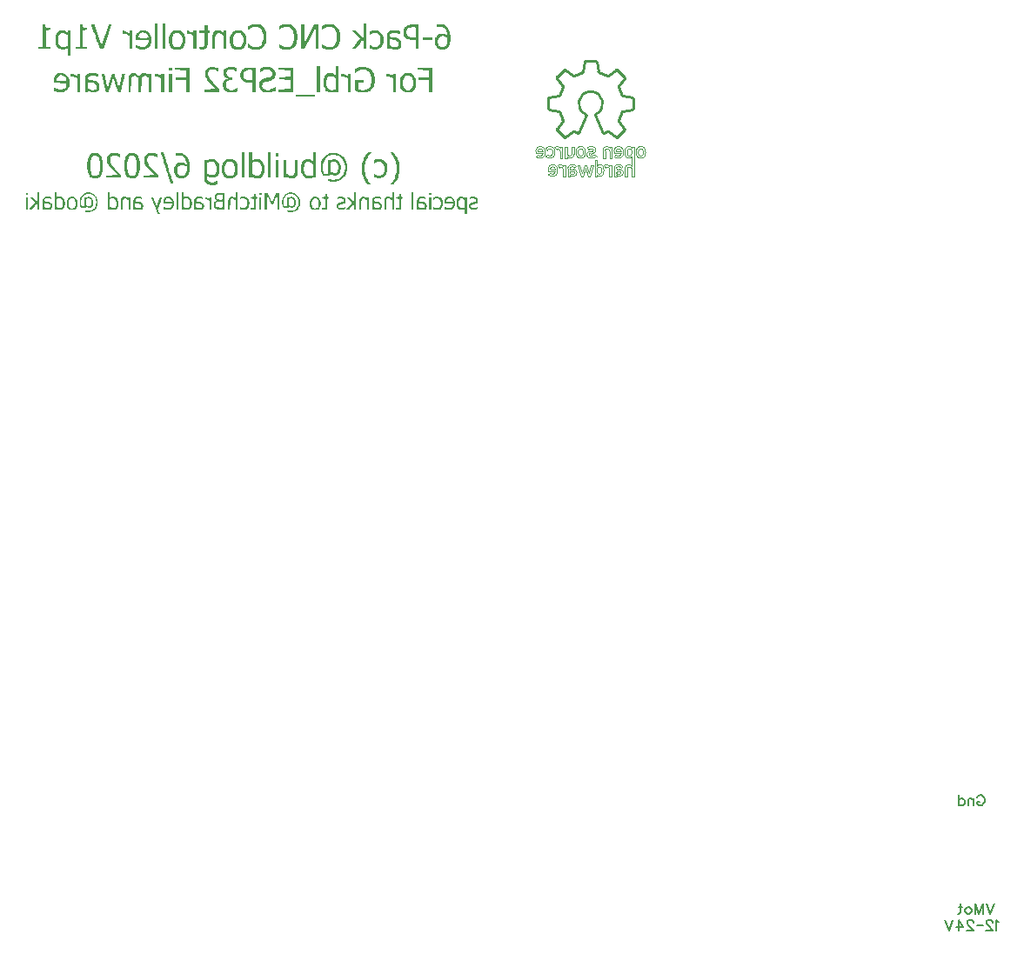
<source format=gbr>
G04 DipTrace 4.0.0.2*
G04 BottomSilk.gbr*
%MOIN*%
G04 #@! TF.FileFunction,Legend,Bot*
G04 #@! TF.Part,Single*
%ADD27C,0.01*%
%ADD28C,0.003*%
%ADD117C,0.006176*%
%FSLAX26Y26*%
G04*
G70*
G90*
G75*
G01*
G04 BotSilk*
%LPD*%
G36*
X4059755Y4928755D2*
D1*
D1*
D1*
D1*
D1*
D1*
D1*
D1*
D1*
D1*
D1*
D1*
D1*
D1*
D1*
D1*
D1*
D1*
D1*
D1*
D1*
D1*
D1*
D1*
D1*
D1*
D1*
D1*
D1*
D1*
D1*
D1*
D1*
D1*
D1*
G37*
X3766113Y4934079D2*
D28*
Y4977569D1*
X3757367D1*
Y4972924D1*
X3757207D1*
G03X3752336Y4976783I-10348J-8059D01*
G01*
G03X3745885Y4978071I-6179J-14141D01*
G01*
G03X3741224Y4977231I12J-13422D01*
G01*
G03X3736797Y4974712I5924J-15555D01*
G01*
X3743111Y4967172D1*
G02X3745989Y4968788I6924J-8964D01*
G01*
G02X3748901Y4969323I2934J-7771D01*
G01*
G02X3754745Y4967165I11J-8960D01*
G01*
G02X3756712Y4964346I-4242J-5056D01*
G01*
G02X3757367Y4960216I-11128J-3881D01*
G01*
Y4934079D1*
X3766113D1*
X3896195Y4969323D2*
G02X3898982Y4969061I152J-13316D01*
G01*
G02X3901149Y4968266I-1466J-7342D01*
G01*
G02X3903623Y4965094I-2524J-4519D01*
G01*
G02X3904860Y4955875I-31554J-8928D01*
G01*
G02X3903623Y4946515I-33232J-368D01*
G01*
G02X3901149Y4943342I-4996J1344D01*
G01*
G02X3898982Y4942546I-3632J6547D01*
G01*
G02X3896195Y4942284I-2635J13053D01*
G01*
G02X3893453Y4942558I-150J12343D01*
G01*
G02X3891315Y4943382I1539J7178D01*
G01*
G02X3888867Y4946687I2797J4632D01*
G01*
G02X3887629Y4955875I32653J9075D01*
G01*
G02X3888867Y4964920I33398J39D01*
G01*
G02X3891315Y4968225I5245J-1328D01*
G01*
G02X3893453Y4969049I3677J-6354D01*
G01*
G02X3896195Y4969323I2592J-12069D01*
G01*
D3*
X3833648Y4934079D2*
X3842756Y4964499D1*
X3842918D1*
X3852004Y4934079D1*
X3859725D1*
X3873617Y4977569D1*
X3864368D1*
X3856025Y4947109D1*
X3855864D1*
X3846014Y4977569D1*
X3839637D1*
X3829808Y4947109D1*
X3829627D1*
X3821304Y4977569D1*
X3812036D1*
X3825947Y4934079D1*
X3833648D1*
X3952629Y5021728D2*
X3979713D1*
G02X3978985Y5017032I-13769J-268D01*
G01*
G02X3976797Y5013678I-7820J2710D01*
G01*
G02X3973481Y5011665I-6550J7052D01*
G01*
G02X3969359Y5010993I-3972J11385D01*
G01*
G02X3964268Y5012043I-79J12485D01*
G01*
G02X3959808Y5015195I5937J13134D01*
G01*
X3953477Y5009787D1*
G03X3956913Y5006550I15853J13389D01*
G01*
G03X3960752Y5004398I10151J13609D01*
G01*
G03X3969199Y5002791I8379J21029D01*
G01*
G03X3975788Y5003872I-8J20663D01*
G01*
G03X3982176Y5007121I-8283J24190D01*
G01*
G03X3984924Y5009855I-6387J9169D01*
G01*
G03X3986889Y5013724I-12648J8856D01*
G01*
G03X3988065Y5018728I-24445J8384D01*
G01*
G03X3988459Y5024864I-43499J5872D01*
G01*
G03X3988095Y5030728I-43460J249D01*
G01*
G03X3987010Y5035608I-26634J-3362D01*
G01*
G03X3985196Y5039508I-16442J-5274D01*
G01*
G03X3982659Y5042427I-10664J-6707D01*
G01*
G03X3976725Y5046069I-14321J-16680D01*
G01*
G03X3970525Y5047283I-6223J-15343D01*
G01*
G03X3963815Y5046041I-134J-18032D01*
G01*
G03X3957997Y5042317I7044J-17413D01*
G01*
G03X3953973Y5036487I10821J-11772D01*
G01*
G03X3952629Y5028926I18893J-7258D01*
G01*
Y5021728D1*
X4073606Y5025086D2*
G03X4073329Y5031192I-59844J346D01*
G01*
G03X4072508Y5035511I-21900J-1922D01*
G01*
G03X4068899Y5041714I-16008J-5161D01*
G01*
G03X4066764Y5043641I-11634J-10747D01*
G01*
G03X4063941Y5045482I-15012J-19930D01*
G01*
G03X4060293Y5046833I-6224J-11211D01*
G01*
G03X4055670Y5047283I-4407J-21296D01*
G01*
G03X4051104Y5046833I-218J-21169D01*
G01*
G03X4047457Y5045482I2629J-12699D01*
G01*
G03X4044615Y5043641I12332J-22153D01*
G01*
G03X4042460Y5041714I9474J-12765D01*
G01*
G03X4038861Y5035511I12309J-11285D01*
G01*
G03X4038048Y5031192I21463J-6280D01*
G01*
G03X4037777Y5025086I59069J-5674D01*
G01*
G03X4038048Y5018877I61251J-443D01*
G01*
G03X4038861Y5014520I22633J1972D01*
G01*
G03X4042460Y5008319I15897J5081D01*
G01*
G03X4044615Y5006371I11274J10300D01*
G01*
G03X4047457Y5004548I14028J18748D01*
G01*
G03X4051104Y5003229I6274J11646D01*
G01*
G03X4055670Y5002791I4372J21545D01*
G01*
G03X4060293Y5003229I239J22080D01*
G01*
G03X4063941Y5004548I-2571J12818D01*
G01*
G03X4066764Y5006371I-11060J20224D01*
G01*
G03X4068899Y5008319I-9156J12176D01*
G01*
G03X4072508Y5014520I-12388J11361D01*
G01*
G03X4073329Y5018877I-21176J6242D01*
G01*
G03X4073606Y5025086I-60474J5808D01*
G01*
D3*
X3843474D2*
G03X3843203Y5031192I-59838J397D01*
G01*
G03X3842380Y5035511I-22159J-1984D01*
G01*
G03X3838772Y5041714I-15984J-5145D01*
G01*
G03X3836637Y5043641I-11927J-11072D01*
G01*
G03X3833813Y5045482I-14931J-19816D01*
G01*
G03X3830162Y5046833I-6214J-11191D01*
G01*
G03X3825541Y5047283I-4400J-21227D01*
G01*
G03X3820974Y5046833I-217J-21192D01*
G01*
G03X3817330Y5045482I2641J-12721D01*
G01*
G03X3814487Y5043641I12332J-22153D01*
G01*
G03X3812333Y5041714I9474J-12765D01*
G01*
G03X3808731Y5035511I12310J-11293D01*
G01*
G03X3807918Y5031192I20951J-6183D01*
G01*
G03X3807645Y5025086I59069J-5700D01*
G01*
G03X3807918Y5018877I61253J-417D01*
G01*
G03X3808731Y5014520I22113J1875D01*
G01*
G03X3812333Y5008319I15901J5088D01*
G01*
G03X3814487Y5006371I11145J10158D01*
G01*
G03X3817330Y5004548I14028J18748D01*
G01*
G03X3820974Y5003229I6284J11668D01*
G01*
G03X3825541Y5002791I4372J21546D01*
G01*
G03X3830162Y5003229I243J22011D01*
G01*
G03X3833813Y5004548I-2587J12873D01*
G01*
G03X3836637Y5006371I-11437J20819D01*
G01*
G03X3838772Y5008319I-9156J12176D01*
G01*
G03X3842380Y5014520I-12366J11344D01*
G01*
G03X3843203Y5018877I-21431J6303D01*
G01*
G03X3843474Y5025086I-61493J5801D01*
G01*
D3*
X3962094Y4933918D2*
Y4937760D1*
X3962276D1*
G03X3965917Y4934503I6209J3277D01*
G01*
G03X3968909Y4933688I4883J12027D01*
G01*
G03X3972709Y4933415I3667J24458D01*
G01*
G03X3979029Y4934456I-126J20477D01*
G01*
G03X3983586Y4937258I-3819J11317D01*
G01*
G03X3986604Y4941464I-8146J9032D01*
G01*
G03X3987609Y4946687I-12227J5062D01*
G01*
G03X3986739Y4951696I-14014J146D01*
G01*
G03X3984130Y4955834I-11621J-4436D01*
G01*
G03X3979838Y4958613I-7924J-7533D01*
G01*
G03X3973876Y4959594I-5850J-16959D01*
G01*
X3962094D1*
Y4964197D1*
G02X3962624Y4966721I5461J170D01*
G01*
G02X3964245Y4968499I4024J-2040D01*
G01*
G02X3966964Y4969536I4088J-6637D01*
G01*
G02X3970780Y4969826I3232J-17269D01*
G01*
G02X3973545Y4969657I163J-20004D01*
G01*
G02X3975808Y4969145I-1543J-12076D01*
G01*
G02X3978783Y4966428I-2461J-5683D01*
G01*
X3985478Y4971696D1*
G03X3979478Y4976528I-12105J-8890D01*
G01*
G03X3975624Y4977695I-6857J-15702D01*
G01*
G03X3971204Y4978031I-3909J-22183D01*
G01*
G03X3964056Y4977296I-609J-29206D01*
G01*
G03X3958456Y4974935I3933J-17151D01*
G01*
G03X3954886Y4970465I5904J-8375D01*
G01*
G03X3953969Y4967369I13488J-5681D01*
G01*
G03X3953630Y4963695I21571J-3841D01*
G01*
Y4933918D1*
X3962094D1*
X3979713Y5028926D2*
X3961357D1*
G02X3962148Y5033256I14274J-367D01*
G01*
G02X3964120Y5036436I8334J-2968D01*
G01*
G02X3967004Y5038389I6150J-5977D01*
G01*
G02X3970525Y5039040I3423J-8667D01*
G01*
G02X3974092Y5038389I101J-9546D01*
G01*
G02X3976999Y5036436I-3221J-7935D01*
G01*
G02X3978965Y5033256I-6189J-6024D01*
G01*
G02X3979713Y5028926I-13170J-4505D01*
G01*
D3*
X3962094Y4949200D2*
Y4952397D1*
X3972289D1*
G02X3975544Y4951982I-226J-14752D01*
G01*
G02X3977856Y4950964I-1545J-6641D01*
G01*
G02X3979226Y4949338I-2321J-3346D01*
G01*
G02X3979648Y4947109I-4580J-2020D01*
G01*
G02X3979170Y4945078I-4393J-39D01*
G01*
G02X3977735Y4943329I-4948J2595D01*
G01*
G02X3975289Y4942048I-3846J4368D01*
G01*
G02X3971646Y4941620I-3375J13017D01*
G01*
G02X3967087Y4941906I-730J24838D01*
G01*
G02X3964106Y4942927I1125J8151D01*
G01*
G02X3963225Y4943831I1903J2734D01*
G01*
G02X3962598Y4945179I4595J2959D01*
G01*
G02X3962094Y4949200I13056J3678D01*
G01*
D3*
X3697661Y5016079D2*
X3691207Y5010289D1*
G03X3697982Y5004901I18106J15813D01*
G01*
G03X3702159Y5003318I8096J15065D01*
G01*
G03X3706848Y5002791I4558J19411D01*
G01*
G03X3714025Y5004070I98J20218D01*
G01*
G03X3720481Y5007917I-7964J20705D01*
G01*
G03X3723145Y5010905I-9089J10784D01*
G01*
G03X3725049Y5014747I-14381J9520D01*
G01*
G03X3726191Y5019440I-23431J8186D01*
G01*
G03X3726573Y5024985I-37090J5340D01*
G01*
G03X3726191Y5030533I-37475J208D01*
G01*
G03X3725049Y5035238I-24722J-3509D01*
G01*
G03X3723145Y5039094I-16729J-5864D01*
G01*
G03X3720481Y5042106I-11881J-7825D01*
G01*
G03X3714025Y5045989I-14475J-16755D01*
G01*
G03X3706848Y5047283I-7085J-18746D01*
G01*
G03X3702159Y5046750I-87J-20130D01*
G01*
G03X3697982Y5045153I3955J-16607D01*
G01*
G03X3691207Y5039743I11530J-21390D01*
G01*
X3697661Y5033994D1*
G02X3701722Y5037401I10117J-7937D01*
G01*
G02X3706506Y5038537I4711J-9192D01*
G01*
G02X3711460Y5037690I276J-13285D01*
G01*
G02X3714997Y5035149I-3161J-8132D01*
G01*
G02X3717117Y5030915I-8687J-6999D01*
G01*
G02X3717827Y5024985I-21669J-5602D01*
G01*
G02X3717117Y5019083I-22148J-329D01*
G01*
G02X3714997Y5014868I-10754J2769D01*
G01*
G02X3711460Y5012339I-6739J5687D01*
G01*
G02X3706506Y5011495I-4673J12472D01*
G01*
G02X3701701Y5012641I-79J10314D01*
G01*
G02X3697661Y5016079I6012J11159D01*
G01*
D3*
X4046482Y5024985D2*
G02X4046603Y5029027I57666J300D01*
G01*
G02X4046965Y5031662I15890J-842D01*
G01*
G02X4048633Y5035339I11043J-2792D01*
G01*
G02X4051539Y5037738I5846J-4122D01*
G01*
G02X4055670Y5038537I3910J-9133D01*
G01*
G02X4059831Y5037738I244J-9965D01*
G01*
G02X4062707Y5035339I-2823J-6307D01*
G01*
G02X4064396Y5031662I-8354J-6064D01*
G01*
G02X4064726Y5029053I-17314J-3520D01*
G01*
G02X4064838Y5025086I-63657J-3775D01*
G01*
G02X4064726Y5021010I-67355J-196D01*
G01*
G02X4064396Y5018351I-17397J814D01*
G01*
G02X4062707Y5014692I-9618J2221D01*
G01*
G02X4059831Y5012294I-5721J3938D01*
G01*
G02X4055670Y5011495I-3928J9221D01*
G01*
G02X4051539Y5012294I-232J9877D01*
G01*
G02X4048633Y5014692I2947J6530D01*
G01*
G02X4046965Y5018331I9069J6359D01*
G01*
G02X4046603Y5020960I15425J3465D01*
G01*
G02X4046482Y5024985I57092J3727D01*
G01*
D3*
X3816350D2*
G02X3816474Y5029027I58756J211D01*
G01*
G02X3816834Y5031662I16264J-877D01*
G01*
G02X3818504Y5035339I11186J-2864D01*
G01*
G02X3821409Y5037738I5867J-4145D01*
G01*
G02X3825541Y5038537I3910J-9134D01*
G01*
G02X3829703Y5037738I244J-9965D01*
G01*
G02X3832578Y5035339I-2867J-6359D01*
G01*
G02X3834267Y5031662I-8298J-6038D01*
G01*
G02X3834599Y5029053I-17085J-3500D01*
G01*
G02X3834709Y5025086I-59839J-3648D01*
G01*
G02X3834599Y5021010I-63319J-327D01*
G01*
G02X3834267Y5018351I-18079J907D01*
G01*
G02X3832578Y5014692I-9618J2221D01*
G01*
G02X3829703Y5012294I-5765J3991D01*
G01*
G02X3825541Y5011495I-3928J9221D01*
G01*
G02X3821409Y5012294I-233J9878D01*
G01*
G02X3818504Y5014692I2969J6554D01*
G01*
G02X3816834Y5018331I9071J6367D01*
G01*
G02X3816474Y5020960I15799J3500D01*
G01*
G02X3816350Y5024985I58170J3816D01*
G01*
D3*
X3944983Y5003293D2*
Y5046780D1*
X3936238D1*
Y5042136D1*
X3936077D1*
G03X3931207Y5045997I-10315J-8010D01*
G01*
G03X3924758Y5047283I-6181J-14184D01*
G01*
G03X3919780Y5046319I8J-13382D01*
G01*
G03X3914977Y5043432I6806J-16762D01*
G01*
G03X3911441Y5038700I7546J-9325D01*
G01*
G03X3910557Y5035672I13310J-5532D01*
G01*
G03X3910263Y5032203I19251J-3378D01*
G01*
Y5003293D1*
X3919008D1*
Y5029187D1*
G02X3919621Y5033109I11635J191D01*
G01*
G02X3921461Y5036065I7450J-2588D01*
G01*
G02X3924216Y5037919I5882J-5765D01*
G01*
G02X3927573Y5038537I3263J-8298D01*
G01*
G02X3931006Y5037919I124J-9154D01*
G01*
G02X3933785Y5036065I-3047J-7577D01*
G01*
G02X3935625Y5033109I-5611J-5543D01*
G01*
G02X3936238Y5029187I-11022J-3731D01*
G01*
Y5003293D1*
X3944983D1*
X3784864Y4933918D2*
Y4937760D1*
X3785045D1*
G03X3788684Y4934503I6222J3289D01*
G01*
G03X3791679Y4933688I4874J12002D01*
G01*
G03X3795480Y4933415I3660J24364D01*
G01*
G03X3801798Y4934456I-127J20478D01*
G01*
G03X3806357Y4937258I-3821J11327D01*
G01*
G03X3809373Y4941464I-8144J9023D01*
G01*
G03X3810378Y4946687I-12227J5062D01*
G01*
G03X3809507Y4951696I-14132J122D01*
G01*
G03X3806898Y4955834I-11573J-4406D01*
G01*
G03X3802607Y4958613I-7929J-7539D01*
G01*
G03X3796645Y4959594I-5853J-16974D01*
G01*
X3784864D1*
Y4964197D1*
G02X3785392Y4966721I5459J176D01*
G01*
G02X3787015Y4968499I3988J-2011D01*
G01*
G02X3789734Y4969536I4078J-6613D01*
G01*
G02X3793549Y4969826I3230J-17249D01*
G01*
G02X3796314Y4969657I163J-20004D01*
G01*
G02X3798575Y4969145I-1549J-12093D01*
G01*
G02X3801553Y4966428I-2462J-5689D01*
G01*
X3808247Y4971696D1*
G03X3802245Y4976528I-12109J-8898D01*
G01*
G03X3798393Y4977695I-6836J-15628D01*
G01*
G03X3793972Y4978031I-3911J-22206D01*
G01*
G03X3786822Y4977296I-608J-29226D01*
G01*
G03X3781225Y4974935I3919J-17106D01*
G01*
G03X3777655Y4970465I5945J-8408D01*
G01*
G03X3776739Y4967369I13010J-5533D01*
G01*
G03X3776398Y4963695I21211J-3823D01*
G01*
Y4933918D1*
X3784864D1*
X3700414Y4952516D2*
X3727495D1*
G02X3726767Y4947821I-13942J-242D01*
G01*
G02X3724582Y4944464I-7909J2758D01*
G01*
G02X3721263Y4942452I-6611J7162D01*
G01*
G02X3717144Y4941781I-3947J11258D01*
G01*
G02X3712050Y4942831I-76J12509D01*
G01*
G02X3707592Y4945983I5959J13157D01*
G01*
X3701259Y4940573D1*
G03X3704696Y4937338I15953J13506D01*
G01*
G03X3708536Y4935187I10141J13601D01*
G01*
G03X3716980Y4933577I8383J21016D01*
G01*
G03X3723573Y4934661I-33J20795D01*
G01*
G03X3729960Y4937910I-8269J24157D01*
G01*
G03X3732708Y4940644I-6387J9169D01*
G01*
G03X3734671Y4944512I-13025J9042D01*
G01*
G03X3735848Y4949516I-24571J8421D01*
G01*
G03X3736239Y4955653I-43465J5851D01*
G01*
G03X3735880Y4961515I-43743J259D01*
G01*
G03X3734791Y4966396I-26850J-3431D01*
G01*
G03X3732981Y4970296I-16503J-5287D01*
G01*
G03X3730441Y4973216I-10760J-6793D01*
G01*
G03X3724507Y4976857I-14414J-16833D01*
G01*
G03X3718306Y4978071I-6220J-15329D01*
G01*
G03X3711598Y4976830I-132J-18032D01*
G01*
G03X3705783Y4973106I7007J-17342D01*
G01*
G03X3701755Y4967273I10790J-11758D01*
G01*
G03X3700414Y4959714I18937J-7259D01*
G01*
Y4952516D1*
X3943480Y4934079D2*
Y4977569D1*
X3934734D1*
Y4972924D1*
X3934573D1*
G03X3929703Y4976783I-10330J-8036D01*
G01*
G03X3923254Y4978071I-6177J-14129D01*
G01*
G03X3918590Y4977231I9J-13422D01*
G01*
G03X3914167Y4974712I5880J-15461D01*
G01*
X3920480Y4967172D1*
G02X3923355Y4968788I6979J-9054D01*
G01*
G02X3926270Y4969323I2931J-7757D01*
G01*
G02X3932109Y4967165I14J-8940D01*
G01*
G02X3934079Y4964346I-4243J-5063D01*
G01*
G02X3934734Y4960216I-11048J-3869D01*
G01*
Y4934079D1*
X3943480D1*
X3727495Y4959714D2*
X3709140D1*
G02X3709931Y4964044I14311J-379D01*
G01*
G02X3711905Y4967225I8225J-2900D01*
G01*
G02X3714785Y4969175I6096J-5902D01*
G01*
G02X3718306Y4969826I3413J-8612D01*
G01*
G02X3721876Y4969175I126J-9422D01*
G01*
G02X3724781Y4967225I-3222J-7940D01*
G01*
G02X3726746Y4964044I-6226J-6042D01*
G01*
G02X3727495Y4959714I-13120J-4500D01*
G01*
D3*
X3784864Y4949200D2*
Y4952397D1*
X3795057D1*
G02X3798313Y4951982I-228J-14777D01*
G01*
G02X3800627Y4950964I-1564J-6690D01*
G01*
G02X3801995Y4949338I-2377J-3390D01*
G01*
G02X3802414Y4947109I-4532J-2005D01*
G01*
G02X3801939Y4945078I-4391J-45D01*
G01*
G02X3800506Y4943329I-5003J2637D01*
G01*
G02X3798056Y4942048I-3866J4411D01*
G01*
G02X3794414Y4941620I-3375J13015D01*
G01*
G02X3789854Y4941906I-732J24823D01*
G01*
G02X3786875Y4942927I1125J8138D01*
G01*
G02X3785995Y4943831I1884J2711D01*
G01*
G02X3785367Y4945179I4428J2886D01*
G01*
G02X3784864Y4949200I12999J3667D01*
G01*
D3*
X3799682Y5017868D2*
Y5046780D1*
X3790936D1*
Y5020843D1*
G02X3790325Y5016899I-11799J-189D01*
G01*
G02X3788486Y5013948I-7379J2548D01*
G01*
G02X3785705Y5012109I-5779J5718D01*
G01*
G02X3782272Y5011495I-3320J8654D01*
G01*
G02X3778915Y5012109I-98J8947D01*
G01*
G02X3776159Y5013948I3030J7527D01*
G01*
G02X3774319Y5016899I5560J5515D01*
G01*
G02X3773707Y5020843I11143J3751D01*
G01*
Y5046780D1*
X3764961D1*
Y5003293D1*
X3773707D1*
Y5007897D1*
X3773888D1*
G03X3778722Y5004066I10275J8002D01*
G01*
G03X3785107Y5002791I6116J13997D01*
G01*
G03X3790157Y5003747I0J13806D01*
G01*
G03X3794977Y5006619I-6641J16629D01*
G01*
G03X3798507Y5011347I-7514J9292D01*
G01*
G03X3799388Y5014382I-13193J5473D01*
G01*
G03X3799682Y5017868I-19129J3368D01*
G01*
D3*
X3755031Y5003293D2*
Y5046780D1*
X3746285D1*
Y5042136D1*
X3746125D1*
G03X3741254Y5045997I-10326J-8025D01*
G01*
G03X3734806Y5047283I-6183J-14195D01*
G01*
G03X3730141Y5046443I-6J-13342D01*
G01*
G03X3725720Y5043926I5808J-15343D01*
G01*
X3732032Y5036386D1*
G02X3734907Y5037999I7021J-9148D01*
G01*
G02X3737822Y5038537I2954J-7836D01*
G01*
G02X3743662Y5036376I1J-8967D01*
G01*
G02X3745630Y5033557I-4212J-5038D01*
G01*
G02X3746285Y5029428I-10968J-3856D01*
G01*
Y5003293D1*
X3755031D1*
X3887629Y4934079D2*
Y4938604D1*
G03X3892731Y4934834I11523J10257D01*
G01*
G03X3898869Y4933577I5988J13625D01*
G01*
G03X3902608Y4933969I115J16911D01*
G01*
G03X3905785Y4935145I-2682J12128D01*
G01*
G03X3910510Y4939186I-6635J12541D01*
G01*
G03X3912985Y4944655I-9814J7736D01*
G01*
G03X3913449Y4949039I-32405J5651D01*
G01*
G03X3913606Y4955875I-125305J6282D01*
G01*
G03X3913449Y4962625I-122313J548D01*
G01*
G03X3912985Y4966952I-32069J-1255D01*
G01*
G03X3910510Y4972422I-12570J-2393D01*
G01*
G03X3905785Y4976462I-11828J-9047D01*
G01*
G03X3902608Y4977667I-5886J-10731D01*
G01*
G03X3898869Y4978071I-3644J-16210D01*
G01*
G03X3892789Y4976644I-174J-12918D01*
G01*
G03X3887629Y4972924I10978J-20670D01*
G01*
Y4995120D1*
X3878882D1*
Y4934079D1*
X3887629D1*
X4012415Y5011495D2*
G02X4009637Y5011760I-120J13435D01*
G01*
G02X4007476Y5012553I1489J7404D01*
G01*
G02X4005002Y5015726I2549J4538D01*
G01*
G02X4003768Y5024985I31892J8961D01*
G01*
G02X4005002Y5034273I33312J302D01*
G01*
G02X4007476Y5037472I5050J-1350D01*
G01*
G02X4009637Y5038270I3586J-6387D01*
G01*
G02X4012415Y5038537I2626J-12705D01*
G01*
G02X4015182Y5038260I119J-12773D01*
G01*
G02X4017333Y5037436I-1477J-7073D01*
G01*
G02X4019783Y5034133I-2765J-4611D01*
G01*
G02X4020999Y5024985I-33083J-9054D01*
G01*
G02X4019783Y5015878I-33993J-93D01*
G01*
G02X4017333Y5012590I-5181J1303D01*
G01*
G02X4015182Y5011770I-3666J6383D01*
G01*
G02X4012415Y5011495I-2614J12281D01*
G01*
D3*
X3652812Y5021728D2*
X3679890D1*
G02X3679163Y5017032I-13811J-266D01*
G01*
G02X3676978Y5013678I-7816J2703D01*
G01*
G02X3673661Y5011665I-6544J7043D01*
G01*
G02X3669536Y5010993I-3974J11400D01*
G01*
G02X3664449Y5012043I-80J12461D01*
G01*
G02X3659989Y5015195I5937J13134D01*
G01*
X3653655Y5009787D1*
G03X3657094Y5006550I15860J13406D01*
G01*
G03X3660934Y5004398I10077J13478D01*
G01*
G03X3669378Y5002791I8379J21029D01*
G01*
G03X3675969Y5003872I-6J20663D01*
G01*
G03X3682355Y5007121I-8254J24120D01*
G01*
G03X3685104Y5009855I-6324J9110D01*
G01*
G03X3687067Y5013724I-12700J8877D01*
G01*
G03X3688247Y5018728I-24573J8435D01*
G01*
G03X3688638Y5024864I-44038J5887D01*
G01*
G03X3688276Y5030728I-43175J276D01*
G01*
G03X3687188Y5035608I-27227J-3508D01*
G01*
G03X3685373Y5039508I-16375J-5248D01*
G01*
G03X3682838Y5042427I-10568J-6620D01*
G01*
G03X3676903Y5046069I-14321J-16680D01*
G01*
G03X3670705Y5047283I-6220J-15329D01*
G01*
G03X3663993Y5046041I-129J-18071D01*
G01*
G03X3658178Y5042317I7074J-17447D01*
G01*
G03X3654154Y5036487I10785J-11747D01*
G01*
G03X3652812Y5028926I18858J-7248D01*
G01*
Y5021728D1*
X3886045Y5010531D2*
X3879934Y5016582D1*
G02X3873651Y5012389I-13738J13780D01*
G01*
G02X3866225Y5010993I-7246J18092D01*
G01*
G02X3862825Y5011346I-130J15298D01*
G01*
G02X3860071Y5012401I2110J9626D01*
G01*
G02X3858245Y5014149I2317J4249D01*
G01*
G02X3857638Y5016582I4153J2327D01*
G01*
G02X3857972Y5018273I4073J76D01*
G01*
G02X3858972Y5019548I3100J-1404D01*
G01*
G02X3860634Y5020405I3125J-4022D01*
G01*
G02X3862966Y5020843I3069J-9907D01*
G01*
X3870666Y5021567D1*
G03X3875611Y5022657I-1097J16750D01*
G01*
G03X3879630Y5025117I-4914J12540D01*
G01*
G03X3882304Y5028880I-6560J7492D01*
G01*
G03X3883192Y5033873I-12368J4776D01*
G01*
G03X3882031Y5039683I-13732J276D01*
G01*
G03X3878546Y5043885I-9756J-4544D01*
G01*
G03X3873335Y5046434I-9847J-13534D01*
G01*
G03X3866989Y5047283I-6115J-21560D01*
G01*
G03X3861700Y5046881I-181J-32644D01*
G01*
G03X3857225Y5045675I3509J-21925D01*
G01*
G03X3849938Y5041372I9602J-24583D01*
G01*
X3855346Y5034999D1*
G02X3860703Y5037903I16549J-24133D01*
G01*
G02X3866989Y5039040I6012J-15300D01*
G01*
G02X3870533Y5038667I279J-14384D01*
G01*
G02X3872808Y5037553I-1118J-5161D01*
G01*
G02X3874445Y5033793I-3229J-3643D01*
G01*
G02X3874142Y5032418I-3181J-20D01*
G01*
G02X3873229Y5031149I-4014J1926D01*
G01*
G02X3871489Y5030175I-2886J3116D01*
G01*
G02X3868696Y5029690I-3477J11723D01*
G01*
X3861498Y5029187D1*
G03X3858359Y5028752I1283J-20834D01*
G01*
G03X3855700Y5027913I2934J-13916D01*
G01*
G03X3851815Y5025016I3728J-9054D01*
G01*
G03X3849624Y5020948I10447J-8252D01*
G01*
G03X3848890Y5016159I14547J-4679D01*
G01*
G03X3850203Y5010480I12038J-210D01*
G01*
G03X3854129Y5006268I10147J5524D01*
G01*
G03X3859943Y5003659I10931J16575D01*
G01*
G03X3866906Y5002791I6705J25398D01*
G01*
G03X3877119Y5004725I179J26982D01*
G01*
G03X3886045Y5010531I-11035J26732D01*
G01*
D3*
X3679890Y5028926D2*
X3661536D1*
G02X3662329Y5033256I14277J-375D01*
G01*
G02X3664301Y5036436I8292J-2942D01*
G01*
G02X3667184Y5038389I6158J-5987D01*
G01*
G02X3670705Y5039040I3423J-8667D01*
G01*
G02X3674273Y5038389I97J-9572D01*
G01*
G02X3677179Y5036436I-3250J-7973D01*
G01*
G02X3679145Y5033256I-6189J-6024D01*
G01*
G02X3679890Y5028926I-13273J-4514D01*
G01*
D3*
X4029745Y4934079D2*
Y5046780D1*
X4020999D1*
Y5042217D1*
G03X4015907Y5046016I-11519J-10127D01*
G01*
G03X4009759Y5047283I-6004J-13589D01*
G01*
G03X4006053Y5046881I-130J-16099D01*
G01*
G03X4002893Y5045675I2744J-11934D01*
G01*
G03X3998119Y5041633I7463J-13655D01*
G01*
G03X3995666Y5036163I10504J-7995D01*
G01*
G03X3995183Y5031812I30846J-5626D01*
G01*
G03X3995023Y5024985I123193J-6304D01*
G01*
G03X3995183Y5018201I121754J-520D01*
G01*
G03X3995666Y5013848I31259J1265D01*
G01*
G03X3998119Y5008399I12695J2438D01*
G01*
G03X4002893Y5004359I11741J9032D01*
G01*
G03X4006053Y5003182I5788J10708D01*
G01*
G03X4009759Y5002791I3593J16298D01*
G01*
G03X4015861Y5004166I223J13236D01*
G01*
G03X4020999Y5007897I-9902J19038D01*
G01*
Y4972924D1*
X4020835D1*
G03X4015968Y4976783I-10362J-8073D01*
G01*
G03X4009518Y4978071I-6179J-14141D01*
G01*
G03X4004540Y4977107I23J-13445D01*
G01*
G03X3999738Y4974220I6839J-16811D01*
G01*
G03X3996201Y4969487I7554J-9333D01*
G01*
G03X3995319Y4966460I12917J-5405D01*
G01*
G03X3995023Y4962991I18616J-3339D01*
G01*
Y4934079D1*
X4003768D1*
Y4959976D1*
G02X4004380Y4963896I11663J188D01*
G01*
G02X4006221Y4966851I7472J-2604D01*
G01*
G02X4008974Y4968705I5832J-5687D01*
G01*
G02X4012333Y4969323I3241J-8176D01*
G01*
G02X4015767Y4968705I118J-9192D01*
G01*
G02X4018545Y4966851I-2980J-7473D01*
G01*
G02X4020386Y4963896I-5631J-5559D01*
G01*
G02X4020999Y4959976I-11095J-3743D01*
G01*
Y4934079D1*
X4029745D1*
X3844310Y5170680D2*
D27*
G02X3882780Y5170680I19235J41791D01*
G01*
G03X3881713Y5167974I876J-1909D01*
G01*
X3909291Y5100427D1*
G03X3912043Y5099279I1948J797D01*
G01*
X3927022Y5105485D1*
G02X3929007Y5105284I806J-1946D01*
G01*
X3961955Y5082994D1*
G03X3964619Y5083247I1179J1736D01*
G01*
X3992768Y5111397D1*
G03X3993022Y5114062I-1484J1486D01*
G01*
X3970731Y5147007D1*
G02X3970531Y5148990I1762J1180D01*
G01*
X3984083Y5181707D1*
G02X3985627Y5182968I1943J-803D01*
G01*
X4024683Y5190502D1*
G03X4026388Y5192565I-394J2062D01*
G01*
Y5232375D1*
G03X4024683Y5234440I-2099J4D01*
G01*
X3985627Y5241974D1*
G02X3984083Y5243234I395J2059D01*
G01*
X3970531Y5275949D1*
G02X3970731Y5277932I1963J803D01*
G01*
X3993022Y5310880D1*
G03X3992768Y5313545I-1738J1180D01*
G01*
X3964619Y5341695D1*
G03X3961955Y5341948I-1485J-1483D01*
G01*
X3929007Y5319658D1*
G02X3927022Y5319457I-1179J1746D01*
G01*
X3894309Y5333010D1*
G02X3893049Y5334553I799J1938D01*
G01*
X3885514Y5373611D1*
G03X3883449Y5375315I-2067J-401D01*
G01*
X3843641D1*
G03X3841577Y5373611I1J-2103D01*
G01*
X3834041Y5334553D1*
G02X3832781Y5333010I-2059J395D01*
G01*
X3800064Y5319457D1*
G02X3798083Y5319658I-804J1937D01*
G01*
X3765136Y5341948D1*
G03X3762469Y5341695I-1180J-1741D01*
G01*
X3734322Y5313545D1*
G03X3734067Y5310880I1481J-1486D01*
G01*
X3756357Y5277932D1*
G02X3756558Y5275949I-1740J-1178D01*
G01*
X3743008Y5243234D1*
G02X3741461Y5241974I-1945J808D01*
G01*
X3702405Y5234440D1*
G03X3700700Y5232375I401J-2067D01*
G01*
Y5192565D1*
G03X3702405Y5190502I2106J4D01*
G01*
X3741461Y5182968D1*
G02X3743008Y5181707I-402J-2073D01*
G01*
X3756558Y5148990D1*
G02X3756357Y5147007I-1941J-805D01*
G01*
X3734067Y5114062D1*
G03X3734322Y5111397I1736J-1179D01*
G01*
X3762469Y5083247D1*
G03X3765136Y5082994I1487J1488D01*
G01*
X3798083Y5105284D1*
G02X3800064Y5105485I1176J-1736D01*
G01*
X3815046Y5099279D1*
G03X3817797Y5100427I803J1944D01*
G01*
X3845375Y5167974D1*
G03X3844310Y5170680I-1941J799D01*
G01*
G36*
X2193592Y5519365D2*
Y5421334D1*
X2204222D1*
Y5519365D1*
X2193592D1*
G37*
G36*
X2223120D2*
Y5421334D1*
X2233750D1*
Y5519365D1*
X2223120D1*
G37*
G36*
X2993198D2*
Y5462672D1*
X2991946Y5461389D1*
X2991335Y5461581D1*
X2990836Y5462672D1*
X2986112Y5468578D1*
X2968395Y5487475D1*
X2964852Y5491019D1*
X2950679D1*
X2979025Y5462672D1*
X2978637Y5461239D1*
X2977844Y5460310D1*
X2958946Y5436688D1*
X2953041Y5429601D1*
X2948317Y5423696D1*
X2947135Y5421334D1*
X2961309D1*
X2963671Y5423696D1*
X2967214Y5428420D1*
X2971939Y5434326D1*
X2979025Y5443775D1*
X2983750Y5449680D1*
X2987293Y5454404D1*
X2988175Y5455163D1*
X2988787Y5455094D1*
X2989655Y5454404D1*
X2993198Y5450861D1*
Y5421334D1*
X3003828D1*
Y5519365D1*
X2993198D1*
G37*
G36*
X2571545Y5517003D2*
X2562096Y5514641D1*
X2558553Y5513460D1*
X2551466Y5509916D1*
Y5494562D1*
X2558553Y5500467D1*
X2559734Y5501649D1*
X2564458Y5504011D1*
X2571545Y5506373D1*
X2576269Y5507554D1*
X2580994D1*
X2590443Y5505192D1*
X2592805Y5504011D1*
X2593986Y5502830D1*
X2596348Y5501649D1*
X2602254Y5495743D1*
Y5494562D1*
X2604616Y5491019D1*
X2606978Y5483932D1*
X2608159Y5479208D1*
X2609340Y5478027D1*
Y5457948D1*
X2608159Y5456767D1*
X2606978Y5452042D1*
X2604616Y5444956D1*
X2602254Y5441412D1*
Y5440231D1*
X2595167Y5433145D1*
X2590443Y5430782D1*
X2580994Y5428420D1*
X2576269D1*
X2571545Y5429601D1*
X2564458Y5431964D1*
X2559734Y5434326D1*
X2558553Y5435507D1*
X2551466Y5441412D1*
Y5427239D1*
X2552647Y5426058D1*
X2559734Y5422515D1*
X2566820Y5420153D1*
X2571545Y5418971D1*
X2586899D1*
X2591624Y5420153D1*
X2598710Y5422515D1*
X2605797Y5427239D1*
X2611702Y5433145D1*
X2614065Y5436688D1*
X2617608Y5443775D1*
X2618789Y5447318D1*
X2619970Y5452042D1*
X2621151Y5457948D1*
Y5478027D1*
X2619970Y5483932D1*
X2618789Y5488656D1*
X2617608Y5491019D1*
X2616427Y5494562D1*
X2614065Y5498105D1*
X2612883Y5500467D1*
X2602254Y5511097D1*
X2595167Y5514641D1*
X2591624Y5515822D1*
X2585718Y5517003D1*
X2571545D1*
G37*
G36*
X2689655D2*
X2680206Y5514641D1*
X2676663Y5513460D1*
X2669576Y5509916D1*
Y5494562D1*
X2676663Y5500467D1*
X2677844Y5501649D1*
X2682568Y5504011D1*
X2689655Y5506373D1*
X2694380Y5507554D1*
X2699104D1*
X2708553Y5505192D1*
X2710915Y5504011D1*
X2712096Y5502830D1*
X2714458Y5501649D1*
X2720364Y5495743D1*
Y5494562D1*
X2722726Y5491019D1*
X2725088Y5483932D1*
X2726269Y5479208D1*
X2727450Y5478027D1*
Y5457948D1*
X2726269Y5456767D1*
X2725088Y5452042D1*
X2722726Y5444956D1*
X2720364Y5441412D1*
Y5440231D1*
X2713277Y5433145D1*
X2708553Y5430782D1*
X2699104Y5428420D1*
X2694380D1*
X2689655Y5429601D1*
X2682568Y5431964D1*
X2677844Y5434326D1*
X2676663Y5435507D1*
X2669576Y5441412D1*
Y5427239D1*
X2670757Y5426058D1*
X2677844Y5422515D1*
X2684931Y5420153D1*
X2689655Y5418971D1*
X2705009D1*
X2709734Y5420153D1*
X2716820Y5422515D1*
X2723907Y5427239D1*
X2729813Y5433145D1*
X2732175Y5436688D1*
X2735718Y5443775D1*
X2736899Y5447318D1*
X2738080Y5452042D1*
X2739261Y5457948D1*
Y5478027D1*
X2738080Y5483932D1*
X2736899Y5488656D1*
X2735718Y5491019D1*
X2734537Y5494562D1*
X2732175Y5498105D1*
X2730994Y5500467D1*
X2720364Y5511097D1*
X2713277Y5514641D1*
X2709734Y5515822D1*
X2703828Y5517003D1*
X2689655D1*
G37*
G36*
X2853828D2*
X2844380Y5514641D1*
X2840836Y5513460D1*
X2833750Y5509916D1*
Y5494562D1*
X2840836Y5500467D1*
X2842017Y5501649D1*
X2846742Y5504011D1*
X2853828Y5506373D1*
X2858553Y5507554D1*
X2863277D1*
X2872726Y5505192D1*
X2875088Y5504011D1*
X2876269Y5502830D1*
X2878631Y5501649D1*
X2884537Y5495743D1*
Y5494562D1*
X2886899Y5491019D1*
X2889261Y5483932D1*
X2890443Y5479208D1*
X2891624Y5478027D1*
Y5457948D1*
X2890443Y5456767D1*
X2889261Y5452042D1*
X2886899Y5444956D1*
X2884537Y5441412D1*
Y5440231D1*
X2877450Y5433145D1*
X2872726Y5430782D1*
X2863277Y5428420D1*
X2858553D1*
X2853828Y5429601D1*
X2846742Y5431964D1*
X2842017Y5434326D1*
X2840836Y5435507D1*
X2833750Y5441412D1*
Y5427239D1*
X2834931Y5426058D1*
X2842017Y5422515D1*
X2849104Y5420153D1*
X2853828Y5418971D1*
X2869183D1*
X2873907Y5420153D1*
X2880994Y5422515D1*
X2888080Y5427239D1*
X2893986Y5433145D1*
X2896348Y5436688D1*
X2899891Y5443775D1*
X2901072Y5447318D1*
X2902254Y5452042D1*
X2903435Y5457948D1*
Y5478027D1*
X2902254Y5483932D1*
X2901072Y5488656D1*
X2899891Y5491019D1*
X2898710Y5494562D1*
X2896348Y5498105D1*
X2895167Y5500467D1*
X2884537Y5511097D1*
X2877450Y5514641D1*
X2873907Y5515822D1*
X2868002Y5517003D1*
X2853828D1*
G37*
G36*
X3271939Y5469759D2*
X3269576Y5467397D1*
X3268395Y5465034D1*
X3267214Y5461491D1*
X3266033Y5454404D1*
Y5448499D1*
X3267214Y5441412D1*
X3268395Y5437869D1*
X3271939Y5430782D1*
X3279025Y5423696D1*
X3286112Y5420153D1*
X3290836Y5418971D1*
X3301466D1*
X3308553Y5421334D1*
X3310915Y5422515D1*
X3319183Y5430782D1*
X3322726Y5437869D1*
X3325088Y5444956D1*
X3326269Y5452042D1*
Y5473302D1*
X3325088Y5480389D1*
X3323907Y5486294D1*
X3322726Y5489838D1*
X3321545Y5492200D1*
X3320364Y5495743D1*
X3318002Y5499286D1*
X3316820Y5501649D1*
X3307372Y5511097D1*
X3300285Y5514641D1*
X3296742Y5515822D1*
X3292017Y5517003D1*
X3277844D1*
X3274301Y5515822D1*
Y5505192D1*
X3275482D1*
X3279025Y5506373D1*
X3283750Y5507554D1*
X3288474D1*
X3293198Y5506373D1*
X3296742Y5505192D1*
X3301466Y5502830D1*
X3308553Y5495743D1*
Y5494562D1*
X3310915Y5489838D1*
X3312096Y5486294D1*
X3313277Y5480389D1*
X3314458Y5479208D1*
Y5475664D1*
X3313018Y5474432D1*
X3312096Y5474483D1*
X3309734Y5476845D1*
X3307372Y5478027D1*
X3303828Y5479208D1*
X3299104Y5480389D1*
X3287293D1*
X3280206Y5478027D1*
X3276663Y5475664D1*
X3271939Y5470940D1*
Y5469759D1*
X3289655D1*
X3294380Y5470940D1*
X3299104D1*
X3303828Y5469759D1*
X3310915Y5467397D1*
X3313277Y5466216D1*
X3314458Y5465034D1*
Y5448499D1*
X3313277Y5447318D1*
X3312096Y5442593D1*
X3310915Y5439050D1*
X3308553Y5435507D1*
X3308164Y5434074D1*
X3307372Y5433145D1*
X3305009Y5431964D1*
X3303828Y5430782D1*
X3301466Y5429601D1*
X3297529Y5428420D1*
X3293592D1*
X3289655Y5429601D1*
X3284931Y5431964D1*
X3281387Y5435507D1*
Y5436688D1*
X3280206Y5439050D1*
X3279025Y5443775D1*
X3277844Y5444956D1*
Y5455586D1*
X3279025Y5456767D1*
X3280206Y5461491D1*
Y5462672D1*
X3284931Y5467397D1*
X3289655Y5469759D1*
X3271939D1*
G37*
G36*
X1764852Y5514641D2*
Y5430782D1*
X1748317Y5429601D1*
Y5421334D1*
X1792017D1*
Y5429601D1*
X1775482Y5430782D1*
Y5493381D1*
X1792017Y5494562D1*
Y5501649D1*
X1784931Y5502830D1*
X1780206Y5504011D1*
X1777844Y5505192D1*
X1774301Y5508735D1*
Y5511097D1*
X1773120Y5514641D1*
X1764852D1*
G37*
G36*
X1907765D2*
Y5430782D1*
X1891230Y5429601D1*
Y5421334D1*
X1934931D1*
Y5429601D1*
X1918395Y5430782D1*
Y5493381D1*
X1934931Y5494562D1*
Y5501649D1*
X1927844Y5502830D1*
X1923120Y5504011D1*
X1920757Y5505192D1*
X1917214Y5508735D1*
Y5511097D1*
X1916033Y5514641D1*
X1907765D1*
G37*
G36*
X1951466D2*
Y5512279D1*
X1960915Y5483932D1*
X1962096Y5481570D1*
X1971545Y5453223D1*
X1972726Y5450861D1*
X1982175Y5422515D1*
X1983356Y5421334D1*
X1996348D1*
X2005797Y5449680D1*
X2006978Y5452042D1*
X2016427Y5480389D1*
X2017608Y5482751D1*
X2027057Y5511097D1*
X2028238Y5513460D1*
Y5514641D1*
X2016427D1*
X2015246Y5513460D1*
X1990443Y5439050D1*
X1990143Y5437657D1*
X1989192Y5436579D1*
X1988584Y5436776D1*
X1987822Y5438076D1*
X1988080Y5439050D1*
X1963277Y5513460D1*
X1962096Y5514641D1*
X1951466D1*
G37*
G36*
X2754616D2*
Y5421334D1*
X2767608D1*
X2781781Y5449680D1*
X2784143Y5453223D1*
X2807179Y5499279D1*
X2807819Y5500370D1*
X2808658Y5501207D1*
X2809261Y5501152D1*
X2810128Y5500467D1*
Y5421334D1*
X2820757D1*
Y5514641D1*
X2803041D1*
X2767608Y5443775D1*
X2767308Y5442381D1*
X2766358Y5441303D1*
X2765746Y5441502D1*
X2765246Y5442593D1*
Y5514641D1*
X2754616D1*
G37*
G36*
X3151466Y5504011D2*
X3149104Y5501649D1*
X3146742Y5496924D1*
X3145561Y5493381D1*
Y5480389D1*
X3147923Y5473302D1*
X3150285Y5469759D1*
X3157372Y5462672D1*
X3160915Y5460310D1*
X3168002Y5457948D1*
X3172726Y5456767D1*
X3192805Y5455586D1*
Y5421334D1*
X3203435D1*
Y5514641D1*
X3171545D1*
X3165639Y5513460D1*
X3162096Y5512279D1*
X3157372Y5509916D1*
X3153828Y5507554D1*
X3151466Y5505192D1*
Y5504011D1*
X3171545D1*
X3178631Y5505192D1*
X3185718D1*
X3192805Y5504011D1*
Y5467397D1*
X3186112Y5466216D1*
X3179419D1*
X3172726Y5467397D1*
X3168002Y5468578D1*
X3165639Y5469759D1*
X3159734Y5475664D1*
Y5476845D1*
X3158553Y5479208D1*
X3157372Y5480389D1*
Y5492200D1*
X3158553Y5493381D1*
Y5495743D1*
X3164458Y5501649D1*
X3171545Y5504011D1*
X3151466D1*
G37*
G36*
X2384931Y5511097D2*
Y5492200D1*
X2362490Y5491019D1*
Y5482751D1*
X2384931Y5481570D1*
Y5441412D1*
X2383750Y5440231D1*
Y5435507D1*
X2380206Y5431964D1*
X2377844Y5430782D1*
X2373907Y5429601D1*
X2369970D1*
X2366033Y5430782D1*
X2363671Y5431964D1*
X2362490D1*
Y5422515D1*
X2363671Y5421334D1*
X2369576Y5420153D1*
X2380206D1*
X2383750Y5421334D1*
X2388474Y5423696D1*
X2390836Y5426058D1*
X2393198Y5429601D1*
X2394380Y5433145D1*
X2395561Y5440231D1*
Y5481570D1*
X2402647Y5482751D1*
Y5491019D1*
X2395561Y5492200D1*
Y5511097D1*
X2384931D1*
G37*
G36*
X1816820Y5481570D2*
X1816432Y5480137D1*
X1815639Y5479208D1*
X1814458Y5476845D1*
X1813277Y5473302D1*
X1812096Y5468578D1*
Y5448499D1*
X1813277Y5443775D1*
X1814458Y5440231D1*
X1818002Y5433145D1*
X1820364Y5429601D1*
X1823907Y5426058D1*
X1827450Y5423696D1*
X1832175Y5421334D1*
X1835718Y5420153D1*
X1847529D1*
X1854616Y5422515D1*
X1856978Y5423696D1*
X1857860Y5424454D1*
X1858472Y5424385D1*
X1859340Y5423696D1*
Y5395349D1*
X1869970D1*
Y5491019D1*
X1859340D1*
Y5486294D1*
X1857900Y5485062D1*
X1856978Y5485113D1*
X1853435Y5488656D1*
X1846348Y5492200D1*
X1841624Y5493381D1*
X1832175D1*
X1828631Y5492200D1*
X1823907Y5489838D1*
X1818002Y5483932D1*
X1816820Y5481570D1*
X1834537D1*
X1838474Y5482751D1*
X1842411D1*
X1846348Y5481570D1*
X1849891Y5480389D1*
X1854616Y5478027D1*
X1855797Y5476845D1*
X1858159Y5475664D1*
X1859340Y5474483D1*
Y5434326D1*
X1858159Y5433145D1*
X1851072Y5430782D1*
X1846348Y5429601D1*
X1841624D1*
X1836899Y5430782D1*
X1832175Y5433145D1*
X1826269Y5439050D1*
Y5440231D1*
X1825088Y5443775D1*
X1823907Y5448499D1*
X1822726Y5449680D1*
Y5463853D1*
X1823907Y5465034D1*
X1825088Y5470940D1*
X1826269Y5474483D1*
Y5475664D1*
X1829813Y5479208D1*
X1834537Y5481570D1*
X1816820D1*
G37*
G36*
X2126269Y5483932D2*
X2125088Y5482751D1*
X2122726Y5479208D1*
X2121545Y5475664D1*
X2120364Y5470940D1*
Y5455586D1*
X2168789Y5454404D1*
Y5446137D1*
X2167608Y5444956D1*
X2166427Y5441412D1*
Y5440231D1*
X2160521Y5434326D1*
X2155797Y5431964D1*
X2152254Y5430782D1*
X2147529Y5429601D1*
X2142805D1*
X2133356Y5431964D1*
X2129813Y5433145D1*
X2122726Y5436688D1*
X2121545Y5437869D1*
Y5426058D1*
X2122726Y5424877D1*
X2128631Y5422515D1*
X2138080Y5420153D1*
X2152254D1*
X2156978Y5421334D1*
X2160521Y5422515D1*
X2167608Y5426058D1*
X2173513Y5431964D1*
X2175876Y5435507D1*
X2177057Y5437869D1*
X2179419Y5444956D1*
X2180600Y5455586D1*
Y5456767D1*
X2179419Y5467397D1*
X2177057Y5474483D1*
X2174694Y5479208D1*
X2172332Y5482751D1*
X2168789Y5486294D1*
X2164065Y5489838D1*
X2161702Y5491019D1*
X2158159Y5492200D1*
X2153435Y5493381D1*
X2141624D1*
X2136899Y5492200D1*
X2132175Y5489838D1*
X2126269Y5483932D1*
X2141624D1*
X2145954Y5485113D1*
X2150285D1*
X2154616Y5483932D1*
X2158159Y5482751D1*
X2160521Y5481570D1*
X2166427Y5475664D1*
Y5474483D1*
X2167608Y5470940D1*
X2168789Y5469759D1*
Y5465034D1*
X2155797Y5463853D1*
X2142805D1*
X2129813Y5465034D1*
Y5467397D1*
X2130994Y5468578D1*
X2132175Y5474483D1*
X2133356Y5476845D1*
Y5478027D1*
X2136899Y5481570D1*
X2141624Y5483932D1*
X2126269D1*
G37*
G36*
X2255009Y5482751D2*
Y5481570D1*
X2252647Y5479208D1*
X2250285Y5474483D1*
X2249104Y5470940D1*
X2247923Y5466216D1*
Y5446137D1*
X2249104Y5441412D1*
X2250285Y5437869D1*
X2253828Y5430782D1*
X2260915Y5423696D1*
X2268002Y5420153D1*
X2272726Y5418971D1*
X2284537D1*
X2289261Y5420153D1*
X2292805Y5421334D1*
X2296348Y5423696D1*
X2303435Y5430782D1*
X2305797Y5434326D1*
X2306978Y5437869D1*
X2308159Y5440231D1*
X2309340Y5444956D1*
Y5467397D1*
X2308159Y5472121D1*
X2306978Y5475664D1*
X2305797Y5478027D1*
X2303435Y5481570D1*
X2296348Y5488656D1*
X2289261Y5492200D1*
X2284537Y5493381D1*
X2272726D1*
X2268002Y5492200D1*
X2260915Y5488656D1*
X2255009Y5482751D1*
X2272726D1*
X2276663Y5483932D1*
X2280600D1*
X2284537Y5482751D1*
X2288080Y5481570D1*
X2290443Y5480389D1*
X2293986Y5476845D1*
Y5475664D1*
X2296348Y5470940D1*
X2297529Y5467397D1*
X2298710Y5466216D1*
Y5447318D1*
X2297529Y5446137D1*
X2296348Y5441412D1*
X2293986Y5436688D1*
Y5435507D1*
X2290443Y5431964D1*
X2288080Y5430782D1*
X2284537Y5429601D1*
X2280600Y5428420D1*
X2276663D1*
X2272726Y5429601D1*
X2269183Y5430782D1*
X2268002Y5431964D1*
X2265639Y5433145D1*
X2264239Y5434472D1*
X2264458Y5435507D1*
X2262096Y5439050D1*
X2260915Y5442593D1*
X2259734Y5447318D1*
X2258553Y5448499D1*
Y5463853D1*
X2259734Y5465034D1*
X2260915Y5469759D1*
X2262096Y5473302D1*
X2264458Y5476845D1*
X2264688Y5477683D1*
X2265639Y5479208D1*
X2272726Y5482751D1*
X2255009D1*
G37*
G36*
X2430994Y5493381D2*
X2426269Y5492200D1*
X2423907Y5491019D1*
X2418002Y5485113D1*
X2415639Y5480389D1*
X2414458Y5476845D1*
Y5421334D1*
X2423907D1*
X2425088Y5462672D1*
X2426269Y5474483D1*
Y5476845D1*
X2429813Y5480389D1*
X2432175Y5481570D1*
X2436112Y5482751D1*
X2440049D1*
X2443986Y5481570D1*
X2447529Y5480389D1*
X2449891Y5479208D1*
X2451072Y5478027D1*
X2453435Y5476845D1*
X2456978Y5473302D1*
Y5421334D1*
X2467608D1*
Y5491019D1*
X2456978D1*
Y5485113D1*
X2455726Y5483830D1*
X2455114Y5484022D1*
X2454616Y5485113D1*
X2452254Y5487475D1*
X2448710Y5489838D1*
X2443986Y5492200D1*
X2439261Y5493381D1*
X2430994D1*
G37*
G36*
X2488868Y5482751D2*
Y5481570D1*
X2486505Y5479208D1*
X2484143Y5474483D1*
X2482962Y5470940D1*
X2481781Y5466216D1*
Y5446137D1*
X2482962Y5441412D1*
X2484143Y5437869D1*
X2487687Y5430782D1*
X2494773Y5423696D1*
X2501860Y5420153D1*
X2506584Y5418971D1*
X2518395D1*
X2523120Y5420153D1*
X2526663Y5421334D1*
X2530206Y5423696D1*
X2537293Y5430782D1*
X2539655Y5434326D1*
X2540836Y5437869D1*
X2542017Y5440231D1*
X2543198Y5444956D1*
Y5467397D1*
X2542017Y5472121D1*
X2540836Y5475664D1*
X2539655Y5478027D1*
X2537293Y5481570D1*
X2530206Y5488656D1*
X2523120Y5492200D1*
X2518395Y5493381D1*
X2506584D1*
X2501860Y5492200D1*
X2494773Y5488656D1*
X2488868Y5482751D1*
X2506584D1*
X2510521Y5483932D1*
X2514458D1*
X2518395Y5482751D1*
X2521939Y5481570D1*
X2524301Y5480389D1*
X2527844Y5476845D1*
Y5475664D1*
X2530206Y5470940D1*
X2531387Y5467397D1*
X2532568Y5466216D1*
Y5447318D1*
X2531387Y5446137D1*
X2530206Y5441412D1*
X2527844Y5436688D1*
Y5435507D1*
X2524301Y5431964D1*
X2521939Y5430782D1*
X2518395Y5429601D1*
X2514458Y5428420D1*
X2510521D1*
X2506584Y5429601D1*
X2503041Y5430782D1*
X2501860Y5431964D1*
X2499498Y5433145D1*
X2498097Y5434472D1*
X2498317Y5435507D1*
X2495954Y5439050D1*
X2494773Y5442593D1*
X2493592Y5447318D1*
X2492411Y5448499D1*
Y5463853D1*
X2493592Y5465034D1*
X2494773Y5469759D1*
X2495954Y5473302D1*
X2498317Y5476845D1*
X2498546Y5477683D1*
X2499498Y5479208D1*
X2506584Y5482751D1*
X2488868D1*
G37*
G36*
X3030994Y5493381D2*
X3026269Y5492200D1*
X3019183Y5489838D1*
X3016820Y5488656D1*
Y5475664D1*
X3020364Y5478027D1*
X3021545Y5479208D1*
X3023907Y5480389D1*
X3030994Y5482751D1*
X3034931Y5483932D1*
X3038868D1*
X3042805Y5482751D1*
X3046348Y5481570D1*
X3048710Y5480389D1*
X3054616Y5474483D1*
Y5473302D1*
X3055797Y5470940D1*
X3056978Y5466216D1*
X3058159Y5465034D1*
Y5448499D1*
X3056978Y5447318D1*
X3055797Y5442593D1*
X3054616Y5440231D1*
Y5439050D1*
X3048710Y5433145D1*
X3046348Y5431964D1*
X3042805Y5430782D1*
X3038474Y5429601D1*
X3034143D1*
X3029813Y5430782D1*
X3026269Y5431964D1*
X3019183Y5435507D1*
X3016820Y5437869D1*
Y5424877D1*
X3019183Y5423696D1*
X3026269Y5421334D1*
X3030994Y5420153D1*
X3042805D1*
X3047529Y5421334D1*
X3051072Y5422515D1*
X3055797Y5424877D1*
X3064065Y5433145D1*
X3066427Y5437869D1*
X3068789Y5444956D1*
Y5467397D1*
X3067608Y5472121D1*
X3064065Y5479208D1*
X3061702Y5482751D1*
X3056978Y5487475D1*
X3053435Y5489838D1*
X3051072Y5491019D1*
X3047529Y5492200D1*
X3042805Y5493381D1*
X3030994D1*
G37*
G36*
X3082962Y5457948D2*
Y5421334D1*
X3093592D1*
Y5427239D1*
X3094474Y5427998D1*
X3095086Y5427929D1*
X3095954Y5427239D1*
X3099498Y5423696D1*
X3106584Y5420153D1*
X3110128Y5418971D1*
X3120757D1*
X3124301Y5420153D1*
X3129025Y5422515D1*
X3133750Y5427239D1*
X3136112Y5430782D1*
X3137293Y5434326D1*
Y5449680D1*
X3134931Y5454404D1*
X3129025Y5460310D1*
X3121939Y5463853D1*
X3117214Y5465034D1*
X3111309Y5466216D1*
X3101860Y5467397D1*
X3093592Y5468578D1*
Y5475664D1*
X3094773Y5476845D1*
Y5478027D1*
X3097135Y5480389D1*
X3099498Y5481570D1*
X3103041Y5482751D1*
X3108159Y5483932D1*
X3113277D1*
X3118395Y5482751D1*
X3131387Y5479208D1*
X3132568D1*
Y5489838D1*
X3131387Y5491019D1*
X3125482Y5492200D1*
X3118395Y5493381D1*
X3103041D1*
X3097135Y5492200D1*
X3093592Y5491019D1*
X3090049Y5488656D1*
X3086505Y5485113D1*
X3084143Y5481570D1*
X3082962Y5478027D1*
Y5457948D1*
X3093592D1*
X3095954Y5459129D1*
X3098317D1*
X3100679Y5457948D1*
X3110128Y5456767D1*
X3116033Y5455586D1*
X3120757Y5453223D1*
X3123120Y5450861D1*
X3124274Y5449622D1*
X3125248Y5448147D1*
X3125482Y5447318D1*
X3126663Y5446137D1*
Y5436688D1*
X3125482Y5435507D1*
Y5434326D1*
X3121939Y5430782D1*
X3118395Y5429601D1*
X3114458Y5428420D1*
X3110521D1*
X3106584Y5429601D1*
X3103041Y5430782D1*
X3100679Y5431964D1*
X3099498Y5433145D1*
X3097135Y5434326D1*
X3093592Y5437869D1*
Y5457948D1*
X3082962D1*
G37*
G36*
X2069576Y5491019D2*
Y5480389D1*
X2082568Y5479208D1*
X2086112Y5478027D1*
X2090836Y5475664D1*
X2093198Y5473302D1*
X2095561Y5472121D1*
Y5421334D1*
X2106191D1*
Y5491019D1*
X2095561D1*
Y5482751D1*
X2094120Y5481518D1*
X2093198Y5481570D1*
X2089655Y5485113D1*
X2086112Y5487475D1*
X2081387Y5489838D1*
X2077844Y5491019D1*
X2069576D1*
G37*
G36*
X2315246D2*
Y5480389D1*
X2328238Y5479208D1*
X2331781Y5478027D1*
X2336505Y5475664D1*
X2338868Y5473302D1*
X2341230Y5472121D1*
Y5421334D1*
X2351860D1*
Y5491019D1*
X2341230D1*
Y5482751D1*
X2339790Y5481518D1*
X2338868Y5481570D1*
X2335324Y5485113D1*
X2331781Y5487475D1*
X2327057Y5489838D1*
X2323513Y5491019D1*
X2315246D1*
G37*
G36*
X3221151Y5467397D2*
Y5456767D1*
X3255403D1*
Y5467397D1*
X3221151D1*
G37*
G36*
X2814852Y5355192D2*
Y5257160D1*
X2825482D1*
Y5355192D1*
X2814852D1*
G37*
G36*
X2844380Y5317397D2*
X2843991Y5315964D1*
X2843198Y5315034D1*
X2842017Y5312672D1*
X2840836Y5309129D1*
X2839655Y5303223D1*
Y5283145D1*
X2840836Y5278420D1*
X2842017Y5274877D1*
X2845561Y5267790D1*
X2847923Y5264247D1*
X2851466Y5260704D1*
X2855009Y5258342D1*
X2859734Y5255979D1*
X2863277Y5254798D1*
X2873907D1*
X2878631Y5255979D1*
X2883356Y5258342D1*
X2884931Y5259523D1*
X2886505D1*
X2888080Y5258342D1*
Y5257160D1*
X2897529D1*
Y5355192D1*
X2886899D1*
Y5322121D1*
X2885459Y5320888D1*
X2884537Y5320940D1*
X2880994Y5324483D1*
X2873907Y5328027D1*
X2870364Y5329208D1*
X2859734D1*
X2856191Y5328027D1*
X2851466Y5325664D1*
X2846742Y5320940D1*
X2844380Y5317397D1*
X2862096D1*
X2866033Y5318578D1*
X2869970D1*
X2873907Y5317397D1*
X2877450Y5316216D1*
X2884537Y5312672D1*
X2886899Y5310310D1*
Y5268971D1*
X2882175Y5266609D1*
X2877450Y5265428D1*
X2873120Y5264247D1*
X2868789D1*
X2864458Y5265428D1*
X2857372Y5268971D1*
X2855971Y5270299D1*
X2856191Y5271334D1*
X2853828Y5274877D1*
X2852647Y5278420D1*
X2851466Y5283145D1*
X2850285Y5284326D1*
Y5299680D1*
X2851466Y5300861D1*
X2852647Y5306767D1*
X2853828Y5310310D1*
Y5311491D1*
X2857372Y5315034D1*
X2862096Y5317397D1*
X2844380D1*
G37*
G36*
X2407372Y5352830D2*
X2402647Y5351649D1*
X2399104Y5350467D1*
X2396742Y5349286D1*
X2389655Y5342200D1*
X2387293Y5337475D1*
X2386112Y5333932D1*
Y5319759D1*
X2387293Y5315034D1*
X2392017Y5305586D1*
X2394380Y5302042D1*
X2399104Y5296137D1*
X2427450Y5267790D1*
X2382568Y5266609D1*
Y5257160D1*
X2439261D1*
Y5268971D1*
X2415639Y5293775D1*
X2408553Y5302042D1*
X2405009Y5306767D1*
X2402647Y5310310D1*
X2400285Y5315034D1*
X2399104Y5318578D1*
X2397923Y5319759D1*
Y5332751D1*
X2399104Y5333932D1*
X2400285Y5336294D1*
X2400515Y5337132D1*
X2401466Y5338656D1*
X2403828Y5339838D1*
X2405009Y5341019D1*
X2408553Y5342200D1*
X2412490Y5343381D1*
X2416427D1*
X2420364Y5342200D1*
X2425088Y5341019D1*
X2428631Y5339838D1*
X2433356Y5337475D1*
X2434537Y5336294D1*
X2436899Y5335113D1*
Y5346924D1*
X2435718Y5348105D1*
X2433356Y5349286D1*
X2429813Y5350467D1*
X2420364Y5352830D1*
X2407372D1*
G37*
G36*
X2477057D2*
X2472332Y5351649D1*
X2468789Y5350467D1*
X2466427Y5349286D1*
X2462883Y5346924D1*
X2460521Y5344562D1*
X2458159Y5341019D1*
X2456978Y5337475D1*
Y5324483D1*
X2458159Y5320940D1*
X2460521Y5317397D1*
X2464065Y5313853D1*
X2467608Y5311491D1*
X2469970Y5310310D1*
X2473513Y5309129D1*
X2472332Y5307948D1*
X2468789Y5306767D1*
X2464065Y5304404D1*
X2460521Y5302042D1*
X2456978Y5297318D1*
X2455797Y5294956D1*
X2454616Y5290231D1*
Y5278420D1*
X2455797Y5273696D1*
X2458159Y5268971D1*
X2460521Y5265428D1*
X2465246Y5260704D1*
X2468789Y5258342D1*
X2471151Y5257160D1*
X2474694Y5255979D1*
X2479419Y5254798D1*
X2493592D1*
X2499498Y5255979D1*
X2510128Y5259523D1*
Y5272515D1*
X2508946Y5271334D1*
X2504222Y5268971D1*
X2493592Y5265428D1*
X2489261Y5264247D1*
X2484931D1*
X2480600Y5265428D1*
X2474694Y5267790D1*
X2472332Y5268971D1*
X2469970Y5271334D1*
Y5272515D1*
X2467608Y5277239D1*
X2466427Y5278420D1*
Y5291412D1*
X2467608Y5292593D1*
Y5294956D1*
X2472332Y5299680D1*
X2474694Y5300861D1*
X2478238Y5302042D1*
X2491230Y5303223D1*
Y5312672D1*
X2480600Y5313853D1*
X2477057Y5315034D1*
X2474694Y5316216D1*
X2469970Y5320940D1*
Y5322121D1*
X2468789Y5325664D1*
X2467608Y5326845D1*
Y5331570D1*
X2468789Y5332751D1*
X2469970Y5336294D1*
X2470200Y5337132D1*
X2471151Y5338656D1*
X2473513Y5339838D1*
X2474694Y5341019D1*
X2478238Y5342200D1*
X2482568Y5343381D1*
X2486899D1*
X2491230Y5342200D1*
X2495954Y5341019D1*
X2499498Y5339838D1*
X2504222Y5337475D1*
X2505403Y5336294D1*
X2507765Y5335113D1*
Y5346924D1*
X2506584Y5348105D1*
X2504222Y5349286D1*
X2497135Y5351649D1*
X2491230Y5352830D1*
X2477057D1*
G37*
G36*
X2616427D2*
X2609340Y5351649D1*
X2604616Y5350467D1*
X2601072Y5349286D1*
X2598710Y5348105D1*
X2597529Y5346924D1*
Y5332751D1*
X2602254Y5336294D1*
X2603435Y5337475D1*
X2608159Y5339838D1*
X2611702Y5341019D1*
X2621151Y5343381D1*
X2625876D1*
X2630600Y5342200D1*
X2634143Y5341019D1*
X2636505Y5339838D1*
X2642411Y5333932D1*
Y5332751D1*
X2643592Y5331570D1*
Y5323302D1*
X2642411Y5322121D1*
Y5319759D1*
X2637687Y5315034D1*
X2635324Y5313853D1*
X2628238Y5311491D1*
X2614065Y5307948D1*
X2606978Y5305586D1*
X2604616Y5304404D1*
X2601072Y5302042D1*
X2597529Y5298499D1*
X2593986Y5291412D1*
X2592805Y5284326D1*
Y5281964D1*
X2593986Y5276058D1*
X2595167Y5272515D1*
X2597529Y5267790D1*
X2601072Y5263066D1*
X2605797Y5259523D1*
X2610521Y5257160D1*
X2614065Y5255979D1*
X2618789Y5254798D1*
X2634143D1*
X2641230Y5255979D1*
X2648317Y5258342D1*
X2654222Y5260704D1*
X2655403Y5261885D1*
Y5277239D1*
X2650679Y5272515D1*
X2641230Y5267790D1*
X2634143Y5265428D1*
X2629025Y5264247D1*
X2623907D1*
X2618789Y5265428D1*
X2615246Y5266609D1*
X2610521Y5268971D1*
X2606978Y5272515D1*
Y5273696D1*
X2605797Y5277239D1*
X2604616Y5278420D1*
Y5283145D1*
X2605797Y5284326D1*
X2608159Y5290231D1*
X2608389Y5291069D1*
X2609340Y5292593D1*
X2614065Y5294956D1*
X2621151Y5297318D1*
X2635324Y5300861D1*
X2638868Y5302042D1*
X2645954Y5305586D1*
X2651860Y5311491D1*
X2654222Y5316216D1*
X2655403Y5320940D1*
Y5330389D1*
X2654222Y5335113D1*
X2651860Y5339838D1*
X2643592Y5348105D1*
X2638868Y5350467D1*
X2635324Y5351649D1*
X2630600Y5352830D1*
X2616427D1*
G37*
G36*
X2983750D2*
X2977844Y5351649D1*
X2970757Y5349286D1*
X2964852Y5346924D1*
X2962490Y5345743D1*
X2961309Y5344562D1*
Y5330389D1*
X2962490D1*
X2967214Y5335113D1*
X2976663Y5339838D1*
X2980206Y5341019D1*
X2984931Y5342200D1*
X2990049Y5343381D1*
X2995167D1*
X3000285Y5342200D1*
X3003828Y5341019D1*
X3010915Y5337475D1*
X3016820Y5331570D1*
Y5330389D1*
X3019183Y5326845D1*
X3021545Y5319759D1*
X3022726Y5315034D1*
X3023907Y5313853D1*
Y5293775D1*
X3022726Y5292593D1*
X3021545Y5287869D1*
X3019183Y5280782D1*
X3016820Y5277239D1*
Y5276058D1*
X3010915Y5270153D1*
X3003828Y5266609D1*
X2999104Y5265428D1*
X2993592Y5264247D1*
X2988080D1*
X2982568Y5265428D1*
X2976663Y5266609D1*
X2973120Y5267790D1*
X2971939Y5268971D1*
Y5292593D1*
X2994380Y5293775D1*
Y5303223D1*
X2961309D1*
Y5263066D1*
X2962490Y5261885D1*
X2964852Y5260704D1*
X2970757Y5258342D1*
X2974301Y5257160D1*
X2983750Y5254798D1*
X2999104D1*
X3005009Y5255979D1*
X3012096Y5258342D1*
X3016820Y5260704D1*
X3021545Y5264247D1*
X3025088Y5267790D1*
X3029813Y5274877D1*
X3032175Y5279601D1*
X3033356Y5283145D1*
X3034537Y5287869D1*
X3035718Y5293775D1*
Y5313853D1*
X3034537Y5319759D1*
X3032175Y5326845D1*
X3028631Y5333932D1*
X3026269Y5337475D1*
X3019183Y5344562D1*
X3015639Y5346924D1*
X3008553Y5350467D1*
X2999104Y5352830D1*
X2983750D1*
G37*
G36*
X2246742Y5350467D2*
Y5339838D1*
X2259734D1*
Y5350467D1*
X2246742D1*
G37*
G36*
X2270364D2*
Y5341019D1*
X2314065Y5339838D1*
Y5313853D1*
X2272726Y5312672D1*
Y5303223D1*
X2314065Y5302042D1*
Y5257160D1*
X2325876D1*
Y5350467D1*
X2270364D1*
G37*
G36*
X2526663Y5339838D2*
X2524301Y5337475D1*
X2521939Y5332751D1*
X2520757Y5329208D1*
Y5316216D1*
X2523120Y5309129D1*
X2525482Y5305586D1*
X2532568Y5298499D1*
X2536112Y5296137D1*
X2543198Y5293775D1*
X2547923Y5292593D1*
X2568002Y5291412D1*
Y5257160D1*
X2578631D1*
Y5350467D1*
X2546742D1*
X2540836Y5349286D1*
X2537293Y5348105D1*
X2532568Y5345743D1*
X2529025Y5343381D1*
X2526663Y5341019D1*
Y5339838D1*
X2546742D1*
X2553828Y5341019D1*
X2560915D1*
X2568002Y5339838D1*
Y5303223D1*
X2561309Y5302042D1*
X2554616D1*
X2547923Y5303223D1*
X2543198Y5304404D1*
X2540836Y5305586D1*
X2534931Y5311491D1*
Y5312672D1*
X2533750Y5315034D1*
X2532568Y5316216D1*
Y5328027D1*
X2533750Y5329208D1*
Y5331570D1*
X2539655Y5337475D1*
X2546742Y5339838D1*
X2526663D1*
G37*
G36*
X2666033Y5350467D2*
Y5341019D1*
X2713277Y5339838D1*
Y5315034D1*
X2669576Y5313853D1*
Y5304404D1*
X2713277Y5303223D1*
Y5267790D1*
X2666033Y5266609D1*
Y5257160D1*
X2723907D1*
Y5350467D1*
X2666033D1*
G37*
G36*
X3201072D2*
Y5341019D1*
X3244773Y5339838D1*
Y5313853D1*
X3203435Y5312672D1*
Y5303223D1*
X3244773Y5302042D1*
Y5257160D1*
X3256584D1*
Y5350467D1*
X3201072D1*
G37*
G36*
X1812096Y5319759D2*
X1810915Y5318578D1*
X1808553Y5315034D1*
X1807372Y5311491D1*
X1806191Y5306767D1*
Y5291412D1*
X1854616Y5290231D1*
Y5281964D1*
X1853435Y5280782D1*
X1852254Y5277239D1*
Y5276058D1*
X1846348Y5270153D1*
X1841624Y5267790D1*
X1838080Y5266609D1*
X1833356Y5265428D1*
X1828631D1*
X1819183Y5267790D1*
X1815639Y5268971D1*
X1808553Y5272515D1*
X1807372Y5273696D1*
Y5261885D1*
X1808553Y5260704D1*
X1814458Y5258342D1*
X1823907Y5255979D1*
X1838080D1*
X1842805Y5257160D1*
X1846348Y5258342D1*
X1853435Y5261885D1*
X1859340Y5267790D1*
X1861702Y5271334D1*
X1862883Y5273696D1*
X1865246Y5280782D1*
X1866427Y5291412D1*
Y5292593D1*
X1865246Y5303223D1*
X1862883Y5310310D1*
X1860521Y5315034D1*
X1858159Y5318578D1*
X1854616Y5322121D1*
X1849891Y5325664D1*
X1847529Y5326845D1*
X1843986Y5328027D1*
X1839261Y5329208D1*
X1827450D1*
X1822726Y5328027D1*
X1818002Y5325664D1*
X1812096Y5319759D1*
X1827450D1*
X1831781Y5320940D1*
X1836112D1*
X1840443Y5319759D1*
X1843986Y5318578D1*
X1846348Y5317397D1*
X1852254Y5311491D1*
Y5310310D1*
X1853435Y5306767D1*
X1854616Y5305586D1*
Y5300861D1*
X1841624Y5299680D1*
X1828631D1*
X1815639Y5300861D1*
Y5303223D1*
X1816820Y5304404D1*
X1818002Y5310310D1*
X1819183Y5312672D1*
Y5313853D1*
X1822726Y5317397D1*
X1827450Y5319759D1*
X1812096D1*
G37*
G36*
X1926663Y5293775D2*
Y5257160D1*
X1937293D1*
Y5263066D1*
X1938175Y5263824D1*
X1938787Y5263755D1*
X1939655Y5263066D1*
X1943198Y5259523D1*
X1950285Y5255979D1*
X1953828Y5254798D1*
X1964458D1*
X1968002Y5255979D1*
X1972726Y5258342D1*
X1977450Y5263066D1*
X1979813Y5266609D1*
X1980994Y5270153D1*
Y5285507D1*
X1978631Y5290231D1*
X1972726Y5296137D1*
X1965639Y5299680D1*
X1960915Y5300861D1*
X1955009Y5302042D1*
X1945561Y5303223D1*
X1937293Y5304404D1*
Y5311491D1*
X1938474Y5312672D1*
Y5313853D1*
X1940836Y5316216D1*
X1943198Y5317397D1*
X1946742Y5318578D1*
X1951860Y5319759D1*
X1956978D1*
X1962096Y5318578D1*
X1975088Y5315034D1*
X1976269D1*
Y5325664D1*
X1975088Y5326845D1*
X1969183Y5328027D1*
X1962096Y5329208D1*
X1946742D1*
X1940836Y5328027D1*
X1937293Y5326845D1*
X1933750Y5324483D1*
X1930206Y5320940D1*
X1927844Y5317397D1*
X1926663Y5313853D1*
Y5293775D1*
X1937293D1*
X1939655Y5294956D1*
X1942017D1*
X1944380Y5293775D1*
X1953828Y5292593D1*
X1959734Y5291412D1*
X1964458Y5289050D1*
X1966820Y5286688D1*
X1967975Y5285449D1*
X1968949Y5283974D1*
X1969183Y5283145D1*
X1970364Y5281964D1*
Y5272515D1*
X1969183Y5271334D1*
Y5270153D1*
X1965639Y5266609D1*
X1962096Y5265428D1*
X1958159Y5264247D1*
X1954222D1*
X1950285Y5265428D1*
X1946742Y5266609D1*
X1944380Y5267790D1*
X1943198Y5268971D1*
X1940836Y5270153D1*
X1937293Y5273696D1*
Y5293775D1*
X1926663D1*
G37*
G36*
X2107372Y5329208D2*
X2102647Y5328027D1*
X2099104Y5325664D1*
X2095561Y5322121D1*
X2093198Y5317397D1*
X2092017Y5313853D1*
Y5257160D1*
X2101466D1*
X2102647Y5299680D1*
X2103828Y5311491D1*
X2105009Y5313853D1*
X2105239Y5314691D1*
X2106191Y5316216D1*
X2108553Y5317397D1*
X2112096Y5318578D1*
X2115639D1*
X2122726Y5316216D1*
X2125088Y5315034D1*
X2126269Y5313853D1*
X2128631Y5312672D1*
X2132175Y5309129D1*
X2131787Y5307696D1*
X2130994Y5306767D1*
Y5257160D1*
X2141624D1*
X2142805Y5303223D1*
X2143986Y5312672D1*
Y5313853D1*
X2146348Y5316216D1*
X2148710Y5317397D1*
X2152254Y5318578D1*
X2155797D1*
X2162883Y5316216D1*
X2164065Y5315034D1*
X2167608Y5312672D1*
X2169970Y5311491D1*
X2171151Y5310310D1*
Y5257160D1*
X2181781D1*
Y5326845D1*
X2171151D1*
Y5320940D1*
X2169899Y5319657D1*
X2169287Y5319849D1*
X2168789Y5320940D1*
X2165246Y5324483D1*
X2161702Y5326845D1*
X2159340Y5328027D1*
X2155797Y5329208D1*
X2147529D1*
X2142805Y5328027D1*
X2140443Y5326845D1*
X2135718Y5322121D1*
X2134537Y5319759D1*
X2134107Y5318307D1*
X2132886Y5317305D1*
X2132175Y5317397D1*
X2123907Y5325664D1*
X2119183Y5328027D1*
X2115639Y5329208D1*
X2107372D1*
G37*
G36*
X3139655Y5318578D2*
Y5317397D1*
X3137293Y5315034D1*
X3134931Y5310310D1*
X3133750Y5306767D1*
X3132568Y5302042D1*
Y5281964D1*
X3133750Y5277239D1*
X3134931Y5273696D1*
X3138474Y5266609D1*
X3145561Y5259523D1*
X3152647Y5255979D1*
X3157372Y5254798D1*
X3169183D1*
X3173907Y5255979D1*
X3177450Y5257160D1*
X3180994Y5259523D1*
X3188080Y5266609D1*
X3190443Y5270153D1*
X3191624Y5273696D1*
X3192805Y5276058D1*
X3193986Y5280782D1*
Y5303223D1*
X3192805Y5307948D1*
X3191624Y5311491D1*
X3190443Y5313853D1*
X3188080Y5317397D1*
X3180994Y5324483D1*
X3173907Y5328027D1*
X3169183Y5329208D1*
X3157372D1*
X3152647Y5328027D1*
X3145561Y5324483D1*
X3139655Y5318578D1*
X3157372D1*
X3161309Y5319759D1*
X3165246D1*
X3169183Y5318578D1*
X3172726Y5317397D1*
X3175088Y5316216D1*
X3178631Y5312672D1*
Y5311491D1*
X3180994Y5306767D1*
X3182175Y5303223D1*
X3183356Y5302042D1*
Y5283145D1*
X3182175Y5281964D1*
X3180994Y5277239D1*
X3178631Y5272515D1*
Y5271334D1*
X3175088Y5267790D1*
X3172726Y5266609D1*
X3169183Y5265428D1*
X3165246Y5264247D1*
X3161309D1*
X3157372Y5265428D1*
X3153828Y5266609D1*
X3152647Y5267790D1*
X3150285Y5268971D1*
X3148884Y5270299D1*
X3149104Y5271334D1*
X3146742Y5274877D1*
X3145561Y5278420D1*
X3144380Y5283145D1*
X3143198Y5284326D1*
Y5299680D1*
X3144380Y5300861D1*
X3145561Y5305586D1*
X3146742Y5309129D1*
X3149104Y5312672D1*
X3149334Y5313509D1*
X3150285Y5315034D1*
X3157372Y5318578D1*
X3139655D1*
G37*
G36*
X1871151Y5326845D2*
Y5316216D1*
X1884143Y5315034D1*
X1887687Y5313853D1*
X1892411Y5311491D1*
X1894773Y5309129D1*
X1897135Y5307948D1*
Y5257160D1*
X1907765D1*
Y5326845D1*
X1897135D1*
Y5318578D1*
X1895695Y5317345D1*
X1894773Y5317397D1*
X1891230Y5320940D1*
X1887687Y5323302D1*
X1882962Y5325664D1*
X1879419Y5326845D1*
X1871151D1*
G37*
G36*
X1989261D2*
Y5323302D1*
X2003435Y5266609D1*
X2004616Y5263066D1*
X2005797Y5258342D1*
X2006978Y5257160D1*
X2016427D1*
X2017608Y5259523D1*
X2021151Y5270153D1*
X2022332Y5274877D1*
X2029419Y5296137D1*
X2030600Y5300861D1*
X2032962Y5307948D1*
Y5310310D1*
X2033844Y5311069D1*
X2034442Y5310970D1*
X2035114Y5309993D1*
X2035324Y5309129D1*
X2037687Y5302042D1*
X2038868Y5297318D1*
X2044773Y5279601D1*
X2045954Y5274877D1*
X2051860Y5257160D1*
X2062490D1*
X2066033Y5271334D1*
X2067214Y5274877D1*
X2076663Y5312672D1*
X2077844Y5316216D1*
X2080206Y5325664D1*
Y5326845D1*
X2069576D1*
X2068395Y5325664D1*
X2066033Y5316216D1*
X2064852Y5310310D1*
X2062490Y5300861D1*
X2061309Y5294956D1*
X2058946Y5285507D1*
X2057765Y5279601D1*
X2056584Y5274877D1*
X2056284Y5273484D1*
X2055334Y5272406D1*
X2054722Y5272605D1*
X2054222Y5273696D1*
Y5277239D1*
X2050679Y5287869D1*
X2049498Y5292593D1*
X2045954Y5303223D1*
X2044773Y5307948D1*
X2041230Y5318578D1*
X2040049Y5323302D1*
X2038868Y5326845D1*
X2029419D1*
X2022332Y5305586D1*
X2021151Y5300861D1*
X2015246Y5283145D1*
X2014065Y5278420D1*
X2012883Y5274877D1*
X2012584Y5273484D1*
X2011633Y5272406D1*
X2011022Y5272605D1*
X2010521Y5273696D1*
Y5277239D1*
X2009340Y5283145D1*
X2008159Y5287869D1*
X2006978Y5293775D1*
X2005797Y5298499D1*
X2003435Y5310310D1*
X2002254Y5315034D1*
X1999891Y5326845D1*
X1989261D1*
G37*
G36*
X2192411D2*
Y5316216D1*
X2205403Y5315034D1*
X2208946Y5313853D1*
X2213671Y5311491D1*
X2216033Y5309129D1*
X2218395Y5307948D1*
Y5257160D1*
X2229025D1*
Y5326845D1*
X2218395D1*
Y5318578D1*
X2216955Y5317345D1*
X2216033Y5317397D1*
X2212490Y5320940D1*
X2208946Y5323302D1*
X2204222Y5325664D1*
X2200679Y5326845D1*
X2192411D1*
G37*
G36*
X2247923D2*
Y5257160D1*
X2258553D1*
Y5326845D1*
X2247923D1*
G37*
G36*
X2908159D2*
Y5316216D1*
X2921151Y5315034D1*
X2924694Y5313853D1*
X2929419Y5311491D1*
X2931781Y5309129D1*
X2934143Y5307948D1*
Y5257160D1*
X2944773D1*
Y5326845D1*
X2934143D1*
Y5318578D1*
X2932703Y5317345D1*
X2931781Y5317397D1*
X2928238Y5320940D1*
X2924694Y5323302D1*
X2919970Y5325664D1*
X2916427Y5326845D1*
X2908159D1*
G37*
G36*
X3081781D2*
Y5316216D1*
X3094773Y5315034D1*
X3098317Y5313853D1*
X3103041Y5311491D1*
X3105403Y5309129D1*
X3107765Y5307948D1*
Y5257160D1*
X3118395D1*
Y5326845D1*
X3107765D1*
Y5318578D1*
X3106325Y5317345D1*
X3105403Y5317397D1*
X3101860Y5320940D1*
X3098317Y5323302D1*
X3093592Y5325664D1*
X3090049Y5326845D1*
X3081781D1*
G37*
G36*
X2734537Y5245349D2*
Y5238263D1*
X2805403D1*
Y5245349D1*
X2734537D1*
G37*
G36*
X2555009Y4989050D2*
Y4927633D1*
X2565639D1*
Y4932357D1*
X2566901Y4933146D1*
X2568002Y4933538D1*
X2571545Y4929995D1*
X2578631Y4926452D1*
X2582175Y4925271D1*
X2592805D1*
X2596348Y4926452D1*
X2601072Y4928814D1*
X2606978Y4934719D1*
X2610521Y4941806D1*
X2611702Y4945349D1*
X2612883Y4950074D1*
Y4973696D1*
X2610521Y4980782D1*
X2608159Y4985507D1*
X2605797Y4989050D1*
X2599891Y4994956D1*
X2592805Y4998499D1*
X2589261Y4999680D1*
X2577450D1*
X2570364Y4997318D1*
X2568002Y4996137D1*
X2566749Y4994854D1*
X2566138Y4995046D1*
X2565639Y4996137D1*
Y5026845D1*
X2555009D1*
Y4989050D1*
X2575088D1*
X2579419Y4990231D1*
X2583750D1*
X2588080Y4989050D1*
X2591624Y4987869D1*
X2592805Y4986688D1*
X2595167Y4985507D1*
X2596118Y4983982D1*
X2596348Y4983145D1*
X2598710Y4979601D1*
X2599891Y4977239D1*
X2601072Y4972515D1*
X2602254Y4971334D1*
Y4952436D1*
X2601072Y4951255D1*
X2599891Y4946530D1*
X2598710Y4944168D1*
Y4942987D1*
X2593986Y4938263D1*
X2590443Y4937082D1*
X2586505Y4935901D1*
X2582568D1*
X2578631Y4937082D1*
X2575088Y4938263D1*
X2568002Y4941806D1*
X2565639Y4944168D1*
Y4985507D1*
X2570364Y4987869D1*
X2575088Y4989050D1*
X2555009D1*
G37*
G36*
X2217214Y5025664D2*
Y5023302D1*
X2220757Y5012672D1*
X2221939Y5007948D1*
X2226663Y4993775D1*
X2227844Y4989050D1*
X2231387Y4978420D1*
X2232568Y4973696D1*
X2237293Y4959523D1*
X2238474Y4954798D1*
X2242017Y4944168D1*
X2243198Y4939444D1*
X2247923Y4925271D1*
X2249104Y4920546D1*
X2252647Y4909916D1*
X2253828Y4907554D1*
X2263277D1*
X2262096Y4912279D1*
X2257372Y4926452D1*
X2256191Y4931176D1*
X2252647Y4941806D1*
X2251466Y4946530D1*
X2247923Y4957160D1*
X2246742Y4961885D1*
X2243198Y4972515D1*
X2242017Y4977239D1*
X2238474Y4987869D1*
X2237293Y4992593D1*
X2232568Y5006767D1*
X2231387Y5011491D1*
X2226663Y5025664D1*
X2217214D1*
G37*
G36*
X2525482D2*
Y4927633D1*
X2536112D1*
Y5025664D1*
X2525482D1*
G37*
G36*
X2627057D2*
Y4927633D1*
X2637687D1*
Y5025664D1*
X2627057D1*
G37*
G36*
X2758159Y4987869D2*
X2757771Y4986436D1*
X2756978Y4985507D1*
X2755797Y4983145D1*
X2754616Y4979601D1*
X2753435Y4973696D1*
Y4953617D1*
X2754616Y4948893D1*
X2755797Y4945349D1*
X2759340Y4938263D1*
X2761702Y4934719D1*
X2765246Y4931176D1*
X2768789Y4928814D1*
X2773513Y4926452D1*
X2777057Y4925271D1*
X2787687D1*
X2792411Y4926452D1*
X2797135Y4928814D1*
X2798710Y4929995D1*
X2800285D1*
X2801860Y4928814D1*
Y4927633D1*
X2811309D1*
Y5025664D1*
X2800679D1*
Y4992593D1*
X2799239Y4991361D1*
X2798317Y4991412D1*
X2794773Y4994956D1*
X2787687Y4998499D1*
X2784143Y4999680D1*
X2773513D1*
X2769970Y4998499D1*
X2765246Y4996137D1*
X2760521Y4991412D1*
X2758159Y4987869D1*
X2775876D1*
X2779813Y4989050D1*
X2783750D1*
X2787687Y4987869D1*
X2791230Y4986688D1*
X2798317Y4983145D1*
X2800679Y4980782D1*
Y4939444D1*
X2795954Y4937082D1*
X2791230Y4935901D1*
X2786899Y4934719D1*
X2782568D1*
X2778238Y4935901D1*
X2771151Y4939444D1*
X2769750Y4940772D1*
X2769970Y4941806D1*
X2767608Y4945349D1*
X2766427Y4948893D1*
X2765246Y4953617D1*
X2764065Y4954798D1*
Y4970153D1*
X2765246Y4971334D1*
X2766427Y4977239D1*
X2767608Y4980782D1*
Y4981964D1*
X2771151Y4985507D1*
X2775876Y4987869D1*
X2758159D1*
G37*
G36*
X3009734Y5025664D2*
X3008553Y5024483D1*
X3001466Y5015034D1*
X3000285Y5012672D1*
X2997923Y5009129D1*
X2993198Y4999680D1*
X2992017Y4996137D1*
X2990836Y4993775D1*
X2989655Y4990231D1*
X2988474Y4985507D1*
X2987293Y4979601D1*
Y4947712D1*
X2988474Y4941806D1*
X2989655Y4937082D1*
X2990836Y4933538D1*
X2992017Y4931176D1*
X2993198Y4927633D1*
X2997923Y4918184D1*
X3000285Y4914641D1*
X3001466Y4912279D1*
X3003828Y4908735D1*
X3007372Y4904011D1*
X3009734Y4901649D1*
X3023907D1*
X3014458Y4912279D1*
X3010915Y4917003D1*
X3008553Y4920546D1*
X3003828Y4929995D1*
X3000285Y4940625D1*
X2999104Y4945349D1*
X2997923Y4952436D1*
X2996742Y4953617D1*
Y4973696D1*
X2997923Y4974877D1*
X2999104Y4981964D1*
X3000285Y4986688D1*
X3003828Y4997318D1*
X3008553Y5006767D1*
X3010915Y5010310D1*
X3014458Y5015034D1*
X3023907Y5025664D1*
X3009734D1*
G37*
G36*
X3094773D2*
X3099498Y5020940D1*
Y5019759D1*
X3105403Y5012672D1*
X3107765Y5009129D1*
X3108946Y5006767D1*
X3111309Y5003223D1*
X3112490Y5000861D1*
X3113671Y4997318D1*
X3114852Y4994956D1*
X3117214Y4987869D1*
X3118395Y4983145D1*
X3119576Y4977239D1*
X3120757Y4976058D1*
Y4950074D1*
X3119576Y4948893D1*
X3118395Y4942987D1*
X3114852Y4932357D1*
X3113671Y4929995D1*
X3112490Y4926452D1*
X3111309Y4924090D1*
X3108946Y4920546D1*
X3107765Y4918184D1*
X3105403Y4914641D1*
X3099498Y4907554D1*
X3094773Y4901649D1*
X3107765D1*
X3111309Y4905192D1*
X3118395Y4915822D1*
X3119576Y4918184D1*
X3121939Y4921727D1*
X3124301Y4926452D1*
X3125482Y4929995D1*
X3126663Y4932357D1*
X3127844Y4935901D1*
X3130206Y4945349D1*
X3131387Y4954798D1*
Y4972515D1*
X3130206Y4980782D1*
X3129025Y4986688D1*
X3127844Y4991412D1*
X3126663Y4994956D1*
X3125482Y4997318D1*
X3124301Y5000861D1*
X3121939Y5005586D1*
X3119576Y5009129D1*
X3117214Y5013853D1*
X3114852Y5017397D1*
X3111309Y5022121D1*
X3107765Y5025664D1*
X3094773D1*
G37*
G36*
X1943198Y5012672D2*
X1942017Y5011491D1*
X1939655Y5006767D1*
X1937293Y4999680D1*
X1936112Y4993775D1*
X1934931Y4983145D1*
Y4964247D1*
X1936112Y4954798D1*
X1937293Y4948893D1*
X1939655Y4941806D1*
X1942017Y4937082D1*
X1944380Y4933538D1*
X1947923Y4929995D1*
X1951466Y4927633D1*
X1958553Y4925271D1*
X1970364D1*
X1975088Y4926452D1*
X1979813Y4928814D1*
X1985718Y4934719D1*
X1988080Y4938263D1*
X1989261Y4940625D1*
X1991624Y4947712D1*
X1992805Y4952436D1*
X1993986Y4959523D1*
Y4989050D1*
X1992805Y4996137D1*
X1991624Y5000861D1*
X1989261Y5007948D1*
X1986899Y5012672D1*
X1979813Y5019759D1*
X1975088Y5022121D1*
X1970364Y5023302D1*
X1959734D1*
X1955009Y5022121D1*
X1947923Y5018578D1*
X1944380Y5015034D1*
X1943198Y5012672D1*
X1958553D1*
X1962490Y5013853D1*
X1966427D1*
X1970364Y5012672D1*
X1975088Y5010310D1*
X1976040Y5008785D1*
X1976269Y5007948D1*
X1978631Y5004404D1*
X1979813Y5000861D1*
X1980994Y4994956D1*
X1982175Y4993775D1*
Y4954798D1*
X1980994Y4953617D1*
X1979813Y4947712D1*
X1978631Y4944168D1*
X1976269Y4940625D1*
X1975881Y4939192D1*
X1975088Y4938263D1*
X1970364Y4935901D1*
X1966820Y4934719D1*
X1963277D1*
X1956191Y4937082D1*
X1951466Y4941806D1*
Y4942987D1*
X1950285Y4945349D1*
X1949104Y4950074D1*
X1947923Y4958342D1*
X1946742Y4959523D1*
Y4989050D1*
X1947923Y4990231D1*
X1949104Y4998499D1*
X1950285Y5003223D1*
X1951466Y5005586D1*
Y5006767D1*
X1956191Y5011491D1*
X1958553Y5012672D1*
X1943198D1*
G37*
G36*
X2031781Y5023302D2*
X2027057Y5022121D1*
X2023513Y5020940D1*
X2021151Y5019759D1*
X2014065Y5012672D1*
X2011702Y5007948D1*
X2010521Y5004404D1*
Y4990231D1*
X2011702Y4985507D1*
X2016427Y4976058D1*
X2018789Y4972515D1*
X2023513Y4966609D1*
X2051860Y4938263D1*
X2006978Y4937082D1*
Y4927633D1*
X2063671D1*
Y4939444D1*
X2040049Y4964247D1*
X2032962Y4972515D1*
X2029419Y4977239D1*
X2027057Y4980782D1*
X2024694Y4985507D1*
X2023513Y4989050D1*
X2022332Y4990231D1*
Y5003223D1*
X2023513Y5004404D1*
X2024694Y5006767D1*
X2024924Y5007604D1*
X2025876Y5009129D1*
X2028238Y5010310D1*
X2029419Y5011491D1*
X2032962Y5012672D1*
X2036899Y5013853D1*
X2040836D1*
X2044773Y5012672D1*
X2049498Y5011491D1*
X2053041Y5010310D1*
X2057765Y5007948D1*
X2058946Y5006767D1*
X2061309Y5005586D1*
Y5017397D1*
X2060128Y5018578D1*
X2057765Y5019759D1*
X2054222Y5020940D1*
X2044773Y5023302D1*
X2031781D1*
G37*
G36*
X2084931Y5012672D2*
X2083750Y5011491D1*
X2081387Y5006767D1*
X2079025Y4999680D1*
X2077844Y4993775D1*
X2076663Y4983145D1*
Y4964247D1*
X2077844Y4954798D1*
X2079025Y4948893D1*
X2081387Y4941806D1*
X2083750Y4937082D1*
X2086112Y4933538D1*
X2089655Y4929995D1*
X2093198Y4927633D1*
X2100285Y4925271D1*
X2112096D1*
X2116820Y4926452D1*
X2121545Y4928814D1*
X2127450Y4934719D1*
X2129813Y4938263D1*
X2130994Y4940625D1*
X2133356Y4947712D1*
X2134537Y4952436D1*
X2135718Y4959523D1*
Y4989050D1*
X2134537Y4996137D1*
X2133356Y5000861D1*
X2130994Y5007948D1*
X2128631Y5012672D1*
X2121545Y5019759D1*
X2116820Y5022121D1*
X2112096Y5023302D1*
X2101466D1*
X2096742Y5022121D1*
X2089655Y5018578D1*
X2086112Y5015034D1*
X2084931Y5012672D1*
X2100285D1*
X2104222Y5013853D1*
X2108159D1*
X2112096Y5012672D1*
X2116820Y5010310D1*
X2117772Y5008785D1*
X2118002Y5007948D1*
X2120364Y5004404D1*
X2121545Y5000861D1*
X2122726Y4994956D1*
X2123907Y4993775D1*
Y4954798D1*
X2122726Y4953617D1*
X2121545Y4947712D1*
X2120364Y4944168D1*
X2118002Y4940625D1*
X2117613Y4939192D1*
X2116820Y4938263D1*
X2112096Y4935901D1*
X2108553Y4934719D1*
X2105009D1*
X2097923Y4937082D1*
X2093198Y4941806D1*
Y4942987D1*
X2092017Y4945349D1*
X2090836Y4950074D1*
X2089655Y4958342D1*
X2088474Y4959523D1*
Y4989050D1*
X2089655Y4990231D1*
X2090836Y4998499D1*
X2092017Y5003223D1*
X2093198Y5005586D1*
Y5006767D1*
X2097923Y5011491D1*
X2100285Y5012672D1*
X2084931D1*
G37*
G36*
X2173513Y5023302D2*
X2168789Y5022121D1*
X2165246Y5020940D1*
X2162883Y5019759D1*
X2155797Y5012672D1*
X2153435Y5007948D1*
X2152254Y5004404D1*
Y4990231D1*
X2153435Y4985507D1*
X2158159Y4976058D1*
X2160521Y4972515D1*
X2165246Y4966609D1*
X2193592Y4938263D1*
X2148710Y4937082D1*
Y4927633D1*
X2205403D1*
Y4939444D1*
X2181781Y4964247D1*
X2174694Y4972515D1*
X2171151Y4977239D1*
X2168789Y4980782D1*
X2166427Y4985507D1*
X2165246Y4989050D1*
X2164065Y4990231D1*
Y5003223D1*
X2165246Y5004404D1*
X2166427Y5006767D1*
X2166656Y5007604D1*
X2167608Y5009129D1*
X2169970Y5010310D1*
X2171151Y5011491D1*
X2174694Y5012672D1*
X2178631Y5013853D1*
X2182568D1*
X2186505Y5012672D1*
X2191230Y5011491D1*
X2194773Y5010310D1*
X2199498Y5007948D1*
X2200679Y5006767D1*
X2203041Y5005586D1*
Y5017397D1*
X2201860Y5018578D1*
X2199498Y5019759D1*
X2195954Y5020940D1*
X2186505Y5023302D1*
X2173513D1*
G37*
G36*
X2272726Y4976058D2*
X2270364Y4973696D1*
X2269183Y4971334D1*
X2268002Y4967790D1*
X2266820Y4960704D1*
Y4954798D1*
X2268002Y4947712D1*
X2269183Y4944168D1*
X2272726Y4937082D1*
X2279813Y4929995D1*
X2286899Y4926452D1*
X2291624Y4925271D1*
X2302254D1*
X2309340Y4927633D1*
X2311702Y4928814D1*
X2319970Y4937082D1*
X2323513Y4944168D1*
X2325876Y4951255D1*
X2327057Y4958342D1*
Y4979601D1*
X2325876Y4986688D1*
X2324694Y4992593D1*
X2323513Y4996137D1*
X2322332Y4998499D1*
X2321151Y5002042D1*
X2318789Y5005586D1*
X2317608Y5007948D1*
X2308159Y5017397D1*
X2301072Y5020940D1*
X2297529Y5022121D1*
X2292805Y5023302D1*
X2278631D1*
X2275088Y5022121D1*
Y5011491D1*
X2276269D1*
X2279813Y5012672D1*
X2284537Y5013853D1*
X2289261D1*
X2293986Y5012672D1*
X2297529Y5011491D1*
X2302254Y5009129D1*
X2309340Y5002042D1*
Y5000861D1*
X2311702Y4996137D1*
X2312883Y4992593D1*
X2314065Y4986688D1*
X2315246Y4985507D1*
Y4981964D1*
X2313806Y4980731D1*
X2312883Y4980782D1*
X2310521Y4983145D1*
X2308159Y4984326D1*
X2304616Y4985507D1*
X2299891Y4986688D1*
X2288080D1*
X2280994Y4984326D1*
X2277450Y4981964D1*
X2272726Y4977239D1*
Y4976058D1*
X2290443D1*
X2295167Y4977239D1*
X2299891D1*
X2304616Y4976058D1*
X2311702Y4973696D1*
X2314065Y4972515D1*
X2315246Y4971334D1*
Y4954798D1*
X2314065Y4953617D1*
X2312883Y4948893D1*
X2311702Y4945349D1*
X2309340Y4941806D1*
X2308952Y4940373D1*
X2308159Y4939444D1*
X2305797Y4938263D1*
X2304616Y4937082D1*
X2302254Y4935901D1*
X2298317Y4934719D1*
X2294380D1*
X2290443Y4935901D1*
X2285718Y4938263D1*
X2282175Y4941806D1*
Y4942987D1*
X2280994Y4945349D1*
X2279813Y4950074D1*
X2278631Y4951255D1*
Y4961885D1*
X2279813Y4963066D1*
X2280994Y4967790D1*
Y4968971D1*
X2285718Y4973696D1*
X2290443Y4976058D1*
X2272726D1*
G37*
G36*
X2901072Y4946530D2*
X2901302Y4947368D1*
X2902254Y4948893D1*
X2903435Y4951255D1*
X2904616Y4955979D1*
X2905797Y4963066D1*
Y4971334D1*
X2904616Y4978420D1*
X2903435Y4981964D1*
X2901072Y4986688D1*
X2898710Y4990231D1*
X2896348Y4992593D1*
X2891624Y4996137D1*
X2889261Y4997318D1*
X2885718Y4998499D1*
X2876269D1*
X2869183Y4996137D1*
X2867743Y4994904D1*
X2866373Y4995056D1*
X2865254Y4996423D1*
X2865639Y4997318D1*
X2857372D1*
Y4944168D1*
X2851860Y4942987D1*
X2846348D1*
X2840836Y4944168D1*
Y4945349D1*
X2839655Y4948893D1*
X2838474Y4954798D1*
X2837293Y4955979D1*
Y4980782D1*
X2838474Y4981964D1*
X2839655Y4986688D1*
X2842017Y4993775D1*
X2843198Y4996137D1*
X2845561Y4999680D1*
Y5000861D1*
X2853828Y5009129D1*
X2860915Y5012672D1*
X2864458Y5013853D1*
X2869183Y5015034D1*
X2875088Y5016216D1*
X2880994D1*
X2886899Y5015034D1*
X2891624Y5013853D1*
X2895167Y5012672D1*
X2902254Y5009129D1*
X2905797Y5005586D1*
X2908159Y5004404D1*
X2909110Y5002880D1*
X2909340Y5002042D1*
X2914065Y4996137D1*
X2916427Y4992593D1*
X2917608Y4990231D1*
X2919970Y4983145D1*
X2921151Y4977239D1*
X2922332Y4976058D1*
Y4960704D1*
X2921151Y4959523D1*
X2919970Y4952436D1*
X2917608Y4945349D1*
X2916427Y4942987D1*
X2914065Y4939444D1*
Y4938263D1*
X2904616Y4928814D1*
X2902254Y4927633D1*
X2901072Y4926452D1*
X2896348Y4924090D1*
X2892805Y4922908D1*
X2886899Y4921727D1*
X2880206Y4920546D1*
X2873513D1*
X2866820Y4921727D1*
X2858553Y4922908D1*
X2857372D1*
Y4915822D1*
X2859734Y4914641D1*
X2868002Y4913460D1*
X2886899D1*
X2892805Y4914641D1*
X2896348Y4915822D1*
X2902254Y4918184D1*
X2908159Y4921727D1*
X2919970Y4933538D1*
X2922332Y4937082D1*
X2925876Y4944168D1*
X2928238Y4951255D1*
X2929419Y4955979D1*
Y4979601D1*
X2928238Y4985507D1*
X2927057Y4989050D1*
X2922332Y4998499D1*
X2919970Y5002042D1*
X2915246Y5007948D1*
X2912883Y5010310D1*
X2906978Y5015034D1*
X2903435Y5017397D1*
X2898710Y5019759D1*
X2891624Y5022121D1*
X2885718Y5023302D1*
X2870364D1*
X2864458Y5022121D1*
X2857372Y5019759D1*
X2852647Y5017397D1*
X2849104Y5015034D1*
X2839655Y5005586D1*
X2837293Y5002042D1*
X2833750Y4994956D1*
X2831387Y4987869D1*
X2830206Y4983145D1*
X2829025Y4973696D1*
Y4965428D1*
X2830206Y4957160D1*
X2831387Y4952436D1*
X2833750Y4945349D1*
X2837293Y4938263D1*
X2838474Y4937082D1*
X2864458D1*
X2865639Y4941806D1*
X2865832Y4942720D1*
X2866557Y4943688D1*
X2867139Y4943660D1*
X2867987Y4942949D1*
X2869183Y4941806D1*
X2872726Y4939444D1*
X2875088Y4938263D1*
X2878631Y4937082D1*
X2888080D1*
X2891624Y4938263D1*
X2893986Y4939444D1*
X2901072Y4946530D1*
X2886899D1*
X2883356Y4945349D1*
X2879813D1*
X2872726Y4947712D1*
X2871545Y4948893D1*
X2868002Y4951255D1*
X2865639Y4952436D1*
Y4985507D1*
X2866820Y4986688D1*
X2869183Y4987869D1*
X2872726Y4989050D1*
X2876663Y4990231D1*
X2880600D1*
X2884537Y4989050D1*
X2889261Y4986688D1*
X2892805Y4983145D1*
Y4981964D1*
X2893986Y4978420D1*
X2895167Y4971334D1*
X2896348Y4970153D1*
Y4964247D1*
X2895167Y4963066D1*
X2893986Y4955979D1*
X2892805Y4952436D1*
Y4951255D1*
X2889261Y4947712D1*
X2886899Y4946530D1*
X2901072D1*
G37*
G36*
X2655403Y5020940D2*
Y5010310D1*
X2668395D1*
Y5020940D1*
X2655403D1*
G37*
G36*
X2382568Y4989050D2*
Y4927633D1*
X2383750Y4920546D1*
X2384931Y4917003D1*
X2387293Y4912279D1*
X2389655Y4908735D1*
X2390836Y4907554D1*
X2395561Y4904011D1*
X2397923Y4902830D1*
X2401466Y4901649D1*
X2407372Y4900467D1*
X2422726D1*
X2428631Y4901649D1*
X2433356Y4902830D1*
X2434537Y4904011D1*
Y4914641D1*
X2433356D1*
X2420364Y4911097D1*
X2415639Y4909916D1*
X2410915D1*
X2406191Y4911097D1*
X2402647Y4912279D1*
X2397923Y4914641D1*
X2396522Y4915969D1*
X2396742Y4917003D1*
X2395561Y4919365D1*
X2394380Y4922908D1*
X2393198Y4924090D1*
Y4935901D1*
X2394080Y4936659D1*
X2394693Y4936590D1*
X2395561Y4935901D1*
X2397923Y4933538D1*
X2405009Y4929995D1*
X2408553Y4928814D1*
X2420364D1*
X2423907Y4929995D1*
X2428631Y4932357D1*
X2435718Y4939444D1*
X2439261Y4946530D1*
X2440443Y4951255D1*
Y4973696D1*
X2439261Y4978420D1*
X2434537Y4987869D1*
X2427450Y4994956D1*
X2420364Y4998499D1*
X2416820Y4999680D1*
X2406191D1*
X2401466Y4998499D1*
X2396742Y4996137D1*
X2395302Y4994904D1*
X2393932Y4995056D1*
X2392813Y4996423D1*
X2393198Y4997318D1*
X2382568D1*
Y4989050D1*
X2402647D1*
X2406978Y4990231D1*
X2411309D1*
X2415639Y4989050D1*
X2419183Y4987869D1*
X2420364Y4986688D1*
X2422726Y4985507D1*
X2425088Y4983145D1*
Y4981964D1*
X2427450Y4977239D1*
X2428631Y4973696D1*
X2429813Y4972515D1*
Y4953617D1*
X2428631Y4952436D1*
X2427450Y4948893D1*
Y4946530D1*
X2421545Y4940625D1*
X2418002Y4939444D1*
X2414065Y4938263D1*
X2410128D1*
X2406191Y4939444D1*
X2402647Y4940625D1*
X2395561Y4944168D1*
X2393198Y4946530D1*
Y4985507D1*
X2395561Y4986688D1*
X2402647Y4989050D1*
X2382568D1*
G37*
G36*
X2456978D2*
Y4987869D1*
X2454616Y4985507D1*
X2452254Y4980782D1*
X2451072Y4977239D1*
X2449891Y4972515D1*
Y4952436D1*
X2451072Y4947712D1*
X2452254Y4944168D1*
X2455797Y4937082D1*
X2462883Y4929995D1*
X2469970Y4926452D1*
X2474694Y4925271D1*
X2486505D1*
X2491230Y4926452D1*
X2494773Y4927633D1*
X2498317Y4929995D1*
X2505403Y4937082D1*
X2507765Y4940625D1*
X2508946Y4944168D1*
X2510128Y4946530D1*
X2511309Y4951255D1*
Y4973696D1*
X2510128Y4978420D1*
X2508946Y4981964D1*
X2507765Y4984326D1*
X2505403Y4987869D1*
X2498317Y4994956D1*
X2491230Y4998499D1*
X2486505Y4999680D1*
X2474694D1*
X2469970Y4998499D1*
X2462883Y4994956D1*
X2456978Y4989050D1*
X2474694D1*
X2478631Y4990231D1*
X2482568D1*
X2486505Y4989050D1*
X2490049Y4987869D1*
X2492411Y4986688D1*
X2495954Y4983145D1*
Y4981964D1*
X2498317Y4977239D1*
X2499498Y4973696D1*
X2500679Y4972515D1*
Y4953617D1*
X2499498Y4952436D1*
X2498317Y4947712D1*
X2495954Y4942987D1*
Y4941806D1*
X2492411Y4938263D1*
X2490049Y4937082D1*
X2486505Y4935901D1*
X2482568Y4934719D1*
X2478631D1*
X2474694Y4935901D1*
X2471151Y4937082D1*
X2469970Y4938263D1*
X2467608Y4939444D1*
X2466207Y4940772D1*
X2466427Y4941806D1*
X2464065Y4945349D1*
X2462883Y4948893D1*
X2461702Y4953617D1*
X2460521Y4954798D1*
Y4970153D1*
X2461702Y4971334D1*
X2462883Y4976058D1*
X2464065Y4979601D1*
X2466427Y4983145D1*
X2466656Y4983982D1*
X2467608Y4985507D1*
X2474694Y4989050D1*
X2456978D1*
G37*
G36*
X3046348Y4999680D2*
X3041624Y4998499D1*
X3034537Y4996137D1*
X3032175Y4994956D1*
Y4981964D1*
X3035718Y4984326D1*
X3036899Y4985507D1*
X3039261Y4986688D1*
X3046348Y4989050D1*
X3050285Y4990231D1*
X3054222D1*
X3058159Y4989050D1*
X3061702Y4987869D1*
X3064065Y4986688D1*
X3069970Y4980782D1*
Y4979601D1*
X3071151Y4977239D1*
X3072332Y4972515D1*
X3073513Y4971334D1*
Y4954798D1*
X3072332Y4953617D1*
X3071151Y4948893D1*
X3069970Y4946530D1*
Y4945349D1*
X3064065Y4939444D1*
X3061702Y4938263D1*
X3058159Y4937082D1*
X3053828Y4935901D1*
X3049498D1*
X3045167Y4937082D1*
X3041624Y4938263D1*
X3034537Y4941806D1*
X3032175Y4944168D1*
Y4931176D1*
X3034537Y4929995D1*
X3041624Y4927633D1*
X3046348Y4926452D1*
X3058159D1*
X3062883Y4927633D1*
X3066427Y4928814D1*
X3071151Y4931176D1*
X3079419Y4939444D1*
X3081781Y4944168D1*
X3084143Y4951255D1*
Y4973696D1*
X3082962Y4978420D1*
X3079419Y4985507D1*
X3077057Y4989050D1*
X3072332Y4993775D1*
X3068789Y4996137D1*
X3066427Y4997318D1*
X3062883Y4998499D1*
X3058159Y4999680D1*
X3046348D1*
G37*
G36*
X2656584Y4997318D2*
Y4927633D1*
X2667214D1*
Y4997318D1*
X2656584D1*
G37*
G36*
X2686112D2*
Y4927633D1*
X2696742D1*
Y4933538D1*
X2697624Y4934297D1*
X2698236Y4934228D1*
X2699090Y4933503D1*
X2700285Y4932357D1*
X2705009Y4928814D1*
X2709734Y4926452D1*
X2714458Y4925271D1*
X2723907D1*
X2727450Y4926452D1*
X2729813Y4927633D1*
X2736899Y4934719D1*
X2738080Y4937082D1*
X2739261Y4940625D1*
X2740443Y4946530D1*
Y4997318D1*
X2729813D1*
X2728631Y4947712D1*
X2727450Y4942987D1*
Y4941806D1*
X2723907Y4938263D1*
X2721545Y4937082D1*
X2717608Y4935901D1*
X2713671D1*
X2709734Y4937082D1*
X2700285Y4941806D1*
X2699104Y4942987D1*
X2696742Y4944168D1*
Y4997318D1*
X2686112D1*
G37*
G36*
X1809911Y4847672D2*
Y4806570D1*
X1816761D1*
Y4809995D1*
X1817401Y4810545D1*
X1817845Y4810495D1*
X1818464Y4809969D1*
X1819330Y4809139D1*
X1821899Y4807426D1*
X1825324Y4805714D1*
X1827893Y4804857D1*
X1834744D1*
X1837313Y4805714D1*
X1840738Y4807426D1*
X1845019Y4811708D1*
X1846732Y4815133D1*
X1848444Y4820271D1*
X1849301Y4826265D1*
Y4833115D1*
X1848444Y4838253D1*
X1846732Y4843391D1*
X1845876Y4845103D1*
X1844163Y4847672D1*
X1839025Y4852810D1*
X1835600Y4854523D1*
X1832175Y4855379D1*
X1825324D1*
X1821899Y4854523D1*
X1818474Y4852810D1*
X1817566Y4851880D1*
X1817123Y4852019D1*
X1816761Y4852810D1*
Y4873361D1*
X1809911D1*
Y4847672D1*
X1821899D1*
X1825324Y4848529D1*
X1828750D1*
X1832175Y4847672D1*
X1835600Y4845960D1*
X1839025Y4842534D1*
Y4841678D1*
X1839881Y4839966D1*
X1840738Y4836540D1*
X1841594Y4835684D1*
Y4823696D1*
X1840738Y4822840D1*
X1839881Y4819414D1*
X1838169Y4815989D1*
X1837887Y4814950D1*
X1837313Y4814277D1*
X1833887Y4812564D1*
X1831033Y4811708D1*
X1828179D1*
X1825324Y4812564D1*
X1822755Y4813420D1*
X1821043Y4814277D1*
X1820187Y4815133D1*
X1818474Y4815989D1*
X1816761Y4817702D1*
Y4845960D1*
X1821899Y4847672D1*
X1809911D1*
G37*
G36*
X2014567D2*
Y4806570D1*
X2021417D1*
Y4809995D1*
X2022056Y4810545D1*
X2022500Y4810495D1*
X2023120Y4809969D1*
X2023986Y4809139D1*
X2026555Y4807426D1*
X2029980Y4805714D1*
X2032549Y4804857D1*
X2039399D1*
X2041968Y4805714D1*
X2045393Y4807426D1*
X2049675Y4811708D1*
X2051387Y4815133D1*
X2053100Y4820271D1*
X2053956Y4826265D1*
Y4833115D1*
X2053100Y4838253D1*
X2051387Y4843391D1*
X2050531Y4845103D1*
X2048818Y4847672D1*
X2043681Y4852810D1*
X2040255Y4854523D1*
X2036830Y4855379D1*
X2029980D1*
X2026555Y4854523D1*
X2023130Y4852810D1*
X2022222Y4851880D1*
X2021778Y4852019D1*
X2021417Y4852810D1*
Y4873361D1*
X2014567D1*
Y4847672D1*
X2026555D1*
X2029980Y4848529D1*
X2033405D1*
X2036830Y4847672D1*
X2040255Y4845960D1*
X2043681Y4842534D1*
Y4841678D1*
X2044537Y4839966D1*
X2045393Y4836540D1*
X2046250Y4835684D1*
Y4823696D1*
X2045393Y4822840D1*
X2044537Y4819414D1*
X2042824Y4815989D1*
X2042543Y4814950D1*
X2041968Y4814277D1*
X2038543Y4812564D1*
X2035689Y4811708D1*
X2032834D1*
X2029980Y4812564D1*
X2027411Y4813420D1*
X2025698Y4814277D1*
X2024842Y4815133D1*
X2023130Y4815989D1*
X2021417Y4817702D1*
Y4845960D1*
X2026555Y4847672D1*
X2014567D1*
G37*
G36*
X2296289D2*
Y4806570D1*
X2303139D1*
Y4809995D1*
X2303779Y4810545D1*
X2304223Y4810495D1*
X2304842Y4809969D1*
X2305708Y4809139D1*
X2308277Y4807426D1*
X2311702Y4805714D1*
X2314271Y4804857D1*
X2321122D1*
X2323691Y4805714D1*
X2327116Y4807426D1*
X2331397Y4811708D1*
X2333110Y4815133D1*
X2334822Y4820271D1*
X2335679Y4826265D1*
Y4833115D1*
X2334822Y4838253D1*
X2333110Y4843391D1*
X2332254Y4845103D1*
X2330541Y4847672D1*
X2325403Y4852810D1*
X2321978Y4854523D1*
X2318553Y4855379D1*
X2311702D1*
X2308277Y4854523D1*
X2304852Y4852810D1*
X2303944Y4851880D1*
X2303501Y4852019D1*
X2303139Y4852810D1*
Y4873361D1*
X2296289D1*
Y4847672D1*
X2308277D1*
X2311702Y4848529D1*
X2315128D1*
X2318553Y4847672D1*
X2321978Y4845960D1*
X2325403Y4842534D1*
Y4841678D1*
X2326259Y4839966D1*
X2327116Y4836540D1*
X2327972Y4835684D1*
Y4823696D1*
X2327116Y4822840D1*
X2326259Y4819414D1*
X2324547Y4815989D1*
X2324265Y4814950D1*
X2323691Y4814277D1*
X2320265Y4812564D1*
X2317411Y4811708D1*
X2314557D1*
X2311702Y4812564D1*
X2309133Y4813420D1*
X2307421Y4814277D1*
X2306565Y4815133D1*
X2304852Y4815989D1*
X2303139Y4817702D1*
Y4845960D1*
X2308277Y4847672D1*
X2296289D1*
G37*
G36*
X1743120Y4872505D2*
Y4834828D1*
X1742212Y4833898D1*
X1741768Y4834037D1*
X1741407Y4834828D1*
X1738838Y4838253D1*
X1726850Y4851097D1*
X1724281Y4853666D1*
X1714862D1*
X1733700Y4834828D1*
Y4833115D1*
X1731131Y4830546D1*
X1714005Y4809139D1*
X1712293Y4806570D1*
X1721712D1*
X1724281Y4809139D1*
X1729419Y4815989D1*
X1732844Y4820271D1*
X1737982Y4827121D1*
X1738413Y4827972D1*
X1738877Y4828763D1*
X1739485Y4829370D1*
X1739922Y4829330D1*
X1740551Y4828834D1*
X1743120Y4826265D1*
Y4806570D1*
X1750826D1*
Y4872505D1*
X1743120D1*
G37*
G36*
X2275738D2*
Y4806570D1*
X2282588D1*
Y4872505D1*
X2275738D1*
G37*
G36*
X2504370D2*
Y4850241D1*
X2503326Y4849347D1*
X2502657Y4849385D1*
X2500944Y4851097D1*
X2498376Y4852810D1*
X2494950Y4854523D1*
X2492381Y4855379D1*
X2485531D1*
X2482962Y4854523D1*
X2481250Y4853666D1*
X2476968Y4849385D1*
X2475255Y4845960D1*
X2474399Y4841678D1*
Y4806570D1*
X2481250D1*
X2482106Y4837397D1*
X2482962Y4843391D1*
X2483818Y4845103D1*
Y4845960D1*
X2487244Y4847672D1*
X2489813Y4848529D1*
X2492381D1*
X2494950Y4847672D1*
X2501801Y4844247D1*
X2504370Y4841678D1*
Y4806570D1*
X2511220D1*
Y4872505D1*
X2504370D1*
G37*
G36*
X2957352D2*
Y4834828D1*
X2956444Y4833898D1*
X2956001Y4834037D1*
X2955639Y4834828D1*
X2953070Y4838253D1*
X2941082Y4851097D1*
X2938513Y4853666D1*
X2929094D1*
X2947933Y4834828D1*
Y4833115D1*
X2945364Y4830546D1*
X2928238Y4809139D1*
X2926525Y4806570D1*
X2935944D1*
X2938513Y4809139D1*
X2943651Y4815989D1*
X2947076Y4820271D1*
X2952214Y4827121D1*
X2952646Y4827972D1*
X2953109Y4828763D1*
X2953717Y4829370D1*
X2954155Y4829330D1*
X2954783Y4828834D1*
X2957352Y4826265D1*
Y4806570D1*
X2965059D1*
Y4872505D1*
X2957352D1*
G37*
G36*
X3102067D2*
Y4850241D1*
X3101022Y4849347D1*
X3100354Y4849385D1*
X3098641Y4851097D1*
X3096072Y4852810D1*
X3092647Y4854523D1*
X3090078Y4855379D1*
X3083228D1*
X3080659Y4854523D1*
X3078946Y4853666D1*
X3074665Y4849385D1*
X3072952Y4845960D1*
X3072096Y4841678D1*
Y4806570D1*
X3078946D1*
X3079803Y4837397D1*
X3080659Y4843391D1*
X3081515Y4845103D1*
Y4845960D1*
X3084941Y4847672D1*
X3087509Y4848529D1*
X3090078D1*
X3092647Y4847672D1*
X3099498Y4844247D1*
X3102067Y4841678D1*
Y4806570D1*
X3108917D1*
Y4872505D1*
X3102067D1*
G37*
G36*
X3178277D2*
Y4806570D1*
X3185128D1*
Y4872505D1*
X3178277D1*
G37*
G36*
X1954626Y4820271D2*
X1955482Y4821127D1*
X1957194Y4826265D1*
Y4840822D1*
X1956338Y4843391D1*
X1954626Y4846816D1*
X1949488Y4851954D1*
X1946919Y4853666D1*
X1943494Y4854523D1*
X1937500D1*
X1934931Y4853666D1*
X1933218Y4852810D1*
X1932174Y4851916D1*
X1931181Y4852026D1*
X1930370Y4853018D1*
X1930649Y4853666D1*
X1924655D1*
Y4818558D1*
X1920944Y4817702D1*
X1917234D1*
X1913523Y4818558D1*
Y4819414D1*
X1912667Y4821983D1*
X1911811Y4826265D1*
X1910954Y4827121D1*
Y4842534D1*
X1911811Y4843391D1*
X1912667Y4846816D1*
X1914380Y4851954D1*
X1916092Y4854523D1*
Y4855379D1*
X1922086Y4861373D1*
X1923799Y4862229D1*
X1924655Y4863086D1*
X1926368Y4863942D1*
X1928937Y4864798D1*
X1933218Y4865654D1*
X1937214Y4866511D1*
X1941210D1*
X1945206Y4865654D1*
X1948631Y4864798D1*
X1951200Y4863942D1*
X1954626Y4862229D1*
X1955482Y4861373D1*
X1957194Y4860517D1*
X1962332Y4855379D1*
Y4854523D1*
X1965757Y4849385D1*
X1967470Y4844247D1*
X1968326Y4839966D1*
X1969183Y4839109D1*
Y4829690D1*
X1968326Y4828834D1*
X1967470Y4823696D1*
X1965757Y4818558D1*
X1962332Y4813420D1*
Y4812564D1*
X1958907Y4809139D1*
X1957194Y4808282D1*
X1954626Y4806570D1*
X1949488Y4804001D1*
X1945206Y4803145D1*
X1940639Y4802288D1*
X1936072D1*
X1931505Y4803145D1*
X1925511Y4804001D1*
Y4798863D1*
X1926368Y4798007D1*
X1931505Y4797151D1*
X1944350D1*
X1948631Y4798007D1*
X1953769Y4799719D1*
X1957194Y4801432D1*
X1959763Y4803145D1*
X1967470Y4810851D1*
X1969183Y4813420D1*
X1971752Y4818558D1*
X1973464Y4823696D1*
X1974320Y4828834D1*
Y4839966D1*
X1973464Y4844247D1*
X1971752Y4849385D1*
X1969183Y4854523D1*
X1967470Y4857092D1*
X1964901Y4860517D1*
X1962332Y4863086D1*
X1958051Y4866511D1*
X1951200Y4869936D1*
X1948631Y4870792D1*
X1944350Y4871649D1*
X1933218D1*
X1926368Y4869936D1*
X1921230Y4867367D1*
X1918661Y4865654D1*
X1913523Y4860517D1*
X1910954Y4857092D1*
X1908385Y4851954D1*
X1907529Y4849385D1*
X1906673Y4845960D1*
X1905817Y4841678D1*
Y4828834D1*
X1907529Y4821983D1*
X1908385Y4819414D1*
X1910954Y4814277D1*
X1911811Y4813420D1*
X1929793D1*
Y4816845D1*
X1930935Y4817702D1*
X1932076D1*
X1933218Y4816845D1*
X1934931Y4815133D1*
X1936643Y4814277D1*
X1939212Y4813420D1*
X1946063D1*
X1948631Y4814277D1*
X1950344Y4815133D1*
X1953769Y4818558D1*
X1954626Y4820271D1*
X1945206D1*
X1942637Y4819414D1*
X1940068D1*
X1937500Y4820271D1*
X1932362Y4822840D1*
X1930649Y4824552D1*
Y4846816D1*
X1933218Y4847672D1*
X1934931Y4848529D1*
X1937785Y4849385D1*
X1940639D1*
X1943494Y4848529D1*
X1946919Y4846816D1*
X1948631Y4845103D1*
Y4844247D1*
X1949488Y4842534D1*
X1950344Y4839966D1*
X1951200Y4839109D1*
Y4828834D1*
X1950344Y4827977D1*
X1949488Y4825408D1*
X1948631Y4823696D1*
Y4822840D1*
X1946919Y4821127D1*
X1945206Y4820271D1*
X1954626D1*
G37*
G36*
X2730433D2*
X2731289Y4821127D1*
X2733002Y4826265D1*
Y4840822D1*
X2732145Y4843391D1*
X2730433Y4846816D1*
X2725295Y4851954D1*
X2722726Y4853666D1*
X2719301Y4854523D1*
X2713307D1*
X2710738Y4853666D1*
X2709025Y4852810D1*
X2707981Y4851916D1*
X2706988Y4852026D1*
X2706177Y4853018D1*
X2706456Y4853666D1*
X2700462D1*
Y4818558D1*
X2696752Y4817702D1*
X2693041D1*
X2689330Y4818558D1*
Y4819414D1*
X2688474Y4821983D1*
X2687618Y4826265D1*
X2686761Y4827121D1*
Y4842534D1*
X2687618Y4843391D1*
X2688474Y4846816D1*
X2690187Y4851954D1*
X2691899Y4854523D1*
Y4855379D1*
X2697893Y4861373D1*
X2699606Y4862229D1*
X2700462Y4863086D1*
X2702175Y4863942D1*
X2704744Y4864798D1*
X2709025Y4865654D1*
X2713021Y4866511D1*
X2717017D1*
X2721013Y4865654D1*
X2724439Y4864798D1*
X2727007Y4863942D1*
X2730433Y4862229D1*
X2731289Y4861373D1*
X2733002Y4860517D1*
X2738139Y4855379D1*
Y4854523D1*
X2741565Y4849385D1*
X2743277Y4844247D1*
X2744133Y4839966D1*
X2744990Y4839109D1*
Y4829690D1*
X2744133Y4828834D1*
X2743277Y4823696D1*
X2741565Y4818558D1*
X2738139Y4813420D1*
Y4812564D1*
X2734714Y4809139D1*
X2733002Y4808282D1*
X2730433Y4806570D1*
X2725295Y4804001D1*
X2721013Y4803145D1*
X2716446Y4802288D1*
X2711880D1*
X2707313Y4803145D1*
X2701318Y4804001D1*
Y4798863D1*
X2702175Y4798007D1*
X2707313Y4797151D1*
X2720157D1*
X2724439Y4798007D1*
X2729576Y4799719D1*
X2733002Y4801432D1*
X2735570Y4803145D1*
X2743277Y4810851D1*
X2744990Y4813420D1*
X2747559Y4818558D1*
X2749271Y4823696D1*
X2750128Y4828834D1*
Y4839966D1*
X2749271Y4844247D1*
X2747559Y4849385D1*
X2744990Y4854523D1*
X2743277Y4857092D1*
X2740708Y4860517D1*
X2738139Y4863086D1*
X2733858Y4866511D1*
X2727007Y4869936D1*
X2724439Y4870792D1*
X2720157Y4871649D1*
X2709025D1*
X2702175Y4869936D1*
X2697037Y4867367D1*
X2694468Y4865654D1*
X2689330Y4860517D1*
X2686761Y4857092D1*
X2684193Y4851954D1*
X2683336Y4849385D1*
X2682480Y4845960D1*
X2681624Y4841678D1*
Y4828834D1*
X2683336Y4821983D1*
X2684193Y4819414D1*
X2686761Y4814277D1*
X2687618Y4813420D1*
X2705600D1*
Y4816845D1*
X2706742Y4817702D1*
X2707883D1*
X2709025Y4816845D1*
X2710738Y4815133D1*
X2712450Y4814277D1*
X2715019Y4813420D1*
X2721870D1*
X2724439Y4814277D1*
X2726151Y4815133D1*
X2729576Y4818558D1*
X2730433Y4820271D1*
X2721013D1*
X2718444Y4819414D1*
X2715876D1*
X2713307Y4820271D1*
X2708169Y4822840D1*
X2706456Y4824552D1*
Y4846816D1*
X2709025Y4847672D1*
X2710738Y4848529D1*
X2713592Y4849385D1*
X2716446D1*
X2719301Y4848529D1*
X2722726Y4846816D1*
X2724439Y4845103D1*
Y4844247D1*
X2725295Y4842534D1*
X2726151Y4839966D1*
X2727007Y4839109D1*
Y4828834D1*
X2726151Y4827977D1*
X2725295Y4825408D1*
X2724439Y4823696D1*
Y4822840D1*
X2722726Y4821127D1*
X2721013Y4820271D1*
X2730433D1*
G37*
G36*
X1698592Y4869936D2*
Y4862229D1*
X1707155D1*
Y4869936D1*
X1698592D1*
G37*
G36*
X2422165Y4836540D2*
X2421309Y4835684D1*
X2419596Y4832259D1*
X2418740Y4829690D1*
Y4822840D1*
X2419596Y4819414D1*
X2421309Y4815989D1*
X2423021Y4813420D1*
X2424734Y4811708D1*
X2427303Y4809995D1*
X2430728Y4808282D1*
X2433297Y4807426D1*
X2437578Y4806570D1*
X2461555D1*
Y4869936D1*
X2435009D1*
X2431584Y4869080D1*
X2429015Y4868223D1*
X2427303Y4867367D1*
X2423878Y4863942D1*
X2423021Y4862229D1*
X2435866D1*
X2441860Y4863086D1*
X2447854D1*
X2453848Y4862229D1*
Y4845103D1*
X2448139Y4844247D1*
X2442431D1*
X2436722Y4845103D1*
X2433297Y4846816D1*
X2430728Y4849385D1*
Y4850241D1*
X2429872Y4851097D1*
Y4857948D1*
X2433297Y4861373D1*
X2435866Y4862229D1*
X2423021D1*
X2422165Y4860517D1*
Y4851954D1*
X2423878Y4848529D1*
X2425590Y4845960D1*
X2429015Y4843391D1*
X2430728Y4842534D1*
X2429872Y4841678D1*
X2427303Y4840822D1*
X2425590Y4839966D1*
X2422165Y4836540D1*
X2435009D1*
X2441289Y4837397D1*
X2447568D1*
X2453848Y4836540D1*
Y4814277D1*
X2448425Y4813420D1*
X2443002D1*
X2437578Y4814277D1*
X2434153Y4815133D1*
X2430728Y4816845D1*
X2428159Y4819414D1*
Y4820271D1*
X2427303Y4822840D1*
X2426446Y4823696D1*
Y4827977D1*
X2427303Y4828834D1*
Y4831403D1*
X2430728Y4834828D1*
X2432441Y4835684D1*
X2435009Y4836540D1*
X2422165D1*
G37*
G36*
X2593425Y4869936D2*
Y4862229D1*
X2601988D1*
Y4869936D1*
X2593425D1*
G37*
G36*
X2614832D2*
Y4806570D1*
X2622539D1*
Y4860517D1*
X2623178Y4861067D1*
X2623612Y4860995D1*
X2624099Y4860287D1*
X2624252Y4859660D1*
X2625108Y4857948D1*
X2625964Y4855379D1*
X2628533Y4850241D1*
X2629389Y4847672D1*
X2631958Y4842534D1*
X2632815Y4839966D1*
X2635383Y4834828D1*
X2636240Y4832259D1*
X2638809Y4827121D1*
X2639665Y4824552D1*
X2644803D1*
X2645659Y4826265D1*
X2646515Y4828834D1*
X2649084Y4833971D1*
X2649941Y4836540D1*
X2652509Y4841678D1*
X2653366Y4844247D1*
X2655078Y4847672D1*
X2655935Y4850241D1*
X2658504Y4855379D1*
X2659360Y4857948D1*
X2660216Y4859660D1*
X2660356Y4860323D1*
X2660881Y4861025D1*
X2661303Y4861004D1*
X2661929Y4860517D1*
Y4806570D1*
X2668779D1*
Y4869936D1*
X2657647D1*
X2656791Y4867367D1*
X2653366Y4860517D1*
X2652509Y4857948D1*
X2649941Y4852810D1*
X2649084Y4850241D1*
X2646515Y4845103D1*
X2645659Y4842534D1*
X2642658Y4836538D1*
X2642161Y4835644D1*
X2641325Y4834752D1*
X2640884Y4834893D1*
X2640521Y4835684D1*
Y4837397D1*
X2638809Y4840822D1*
X2637952Y4843391D1*
X2636240Y4846816D1*
X2635383Y4849385D1*
X2633671Y4852810D1*
X2632815Y4855379D1*
X2630246Y4860517D1*
X2629389Y4863086D1*
X2627677Y4866511D1*
X2626820Y4869080D1*
X2625964Y4869936D1*
X2614832D1*
G37*
G36*
X3244212D2*
Y4862229D1*
X3252775D1*
Y4869936D1*
X3244212D1*
G37*
G36*
X2573730Y4867367D2*
Y4854523D1*
X2559173Y4853666D1*
Y4847672D1*
X2573730Y4846816D1*
Y4816845D1*
X2572874Y4815989D1*
Y4815133D1*
X2571161Y4813420D1*
X2569448Y4812564D1*
X2566880Y4811708D1*
X2564311D1*
X2559173Y4813420D1*
Y4806570D1*
X2563454Y4805714D1*
X2571161D1*
X2573730Y4806570D1*
X2575443Y4807426D1*
X2578868Y4810851D1*
X2579724Y4812564D1*
X2580580Y4815133D1*
Y4846816D1*
X2586574Y4847672D1*
Y4853666D1*
X2580580Y4854523D1*
Y4867367D1*
X2573730D1*
G37*
G36*
X2846889D2*
Y4854523D1*
X2832332Y4853666D1*
Y4847672D1*
X2846889Y4846816D1*
Y4816845D1*
X2846033Y4815989D1*
Y4815133D1*
X2844320Y4813420D1*
X2842608Y4812564D1*
X2840039Y4811708D1*
X2837470D1*
X2832332Y4813420D1*
Y4806570D1*
X2836614Y4805714D1*
X2844320D1*
X2846889Y4806570D1*
X2848602Y4807426D1*
X2852027Y4810851D1*
X2852883Y4812564D1*
X2853740Y4815133D1*
Y4846816D1*
X2859734Y4847672D1*
Y4853666D1*
X2853740Y4854523D1*
Y4867367D1*
X2846889D1*
G37*
G36*
X3130324D2*
Y4854523D1*
X3115767Y4853666D1*
Y4847672D1*
X3130324Y4846816D1*
Y4816845D1*
X3129468Y4815989D1*
Y4815133D1*
X3127755Y4813420D1*
X3126043Y4812564D1*
X3123474Y4811708D1*
X3120905D1*
X3115767Y4813420D1*
Y4806570D1*
X3120049Y4805714D1*
X3127755D1*
X3130324Y4806570D1*
X3132037Y4807426D1*
X3135462Y4810851D1*
X3136318Y4812564D1*
X3137175Y4815133D1*
Y4846816D1*
X3143169Y4847672D1*
Y4853666D1*
X3137175Y4854523D1*
Y4867367D1*
X3130324D1*
G37*
G36*
X1762815Y4830546D2*
Y4806570D1*
X1769665D1*
Y4809995D1*
X1770580Y4810567D1*
X1771378Y4810851D1*
X1773090Y4809139D1*
X1775659Y4807426D1*
X1779084Y4805714D1*
X1781653Y4804857D1*
X1789360D1*
X1791929Y4805714D1*
X1793641Y4806570D1*
X1797923Y4810851D1*
X1799635Y4814277D1*
X1800492Y4817702D1*
Y4821983D1*
X1799635Y4826265D1*
X1798779Y4827977D1*
X1797067Y4830546D1*
X1793641Y4833115D1*
X1790216Y4834828D1*
X1783366Y4836540D1*
X1775659Y4837397D1*
X1769665Y4838253D1*
Y4840822D1*
X1770521Y4841678D1*
Y4844247D1*
X1773946Y4847672D1*
X1776515Y4848529D1*
X1780226Y4849385D1*
X1783937D1*
X1787647Y4848529D1*
X1791072Y4847672D1*
X1796210Y4845960D1*
Y4853666D1*
X1792785Y4854523D1*
X1787647Y4855379D1*
X1776515D1*
X1772234Y4854523D1*
X1768809Y4852810D1*
X1765383Y4849385D1*
X1763671Y4845960D1*
X1762815Y4842534D1*
Y4830546D1*
X1769665D1*
X1771663Y4831403D1*
X1773661D1*
X1775659Y4830546D1*
X1782509Y4829690D1*
X1785935Y4828834D1*
X1789360Y4827121D1*
X1791929Y4824552D1*
Y4823696D1*
X1792785Y4822840D1*
Y4817702D1*
X1791929Y4816845D1*
X1791072Y4815133D1*
Y4814277D1*
X1787647Y4812564D1*
X1784793Y4811708D1*
X1781939D1*
X1779084Y4812564D1*
X1776515Y4813420D1*
X1773090Y4815133D1*
X1771378Y4816845D1*
X1769665Y4817702D1*
Y4830546D1*
X1762815D1*
G37*
G36*
X1860433Y4848529D2*
X1858720Y4846816D1*
X1857007Y4843391D1*
X1856151Y4840822D1*
X1855295Y4837397D1*
Y4822840D1*
X1856151Y4819414D1*
X1857007Y4816845D1*
X1858720Y4813420D1*
X1864714Y4807426D1*
X1866427Y4806570D1*
X1871565Y4804857D1*
X1880128D1*
X1883553Y4805714D1*
X1886978Y4807426D1*
X1890403Y4809995D1*
X1892972Y4813420D1*
X1895541Y4818558D1*
X1896397Y4821127D1*
X1897254Y4826265D1*
Y4833971D1*
X1896397Y4839109D1*
X1895541Y4841678D1*
X1892972Y4846816D1*
X1886978Y4852810D1*
X1885265Y4853666D1*
X1880128Y4855379D1*
X1871565D1*
X1866427Y4853666D1*
X1863858Y4851954D1*
X1860433Y4848529D1*
X1871565D1*
X1874419Y4849385D1*
X1877273D1*
X1880128Y4848529D1*
X1882696Y4847672D1*
X1886978Y4843391D1*
Y4842534D1*
X1887834Y4840822D1*
X1888691Y4837397D1*
X1889547Y4836540D1*
Y4823696D1*
X1888691Y4822840D1*
X1887834Y4819414D1*
X1886978Y4817702D1*
Y4816845D1*
X1883553Y4813420D1*
X1880128Y4811708D1*
X1877273Y4810851D1*
X1874419D1*
X1871565Y4811708D1*
X1868139Y4813420D1*
X1865570Y4815989D1*
Y4816845D1*
X1863858Y4820271D1*
X1863002Y4824552D1*
X1862145Y4825408D1*
Y4834828D1*
X1863002Y4835684D1*
X1863858Y4839966D1*
X1864714Y4842534D1*
Y4843391D1*
X1868139Y4846816D1*
X1871565Y4848529D1*
X1860433D1*
G37*
G36*
X2073651Y4855379D2*
X2071082Y4854523D1*
X2069370Y4853666D1*
X2065088Y4849385D1*
X2063376Y4845960D1*
X2062519Y4841678D1*
Y4806570D1*
X2069370D1*
X2070226Y4837397D1*
X2071082Y4843391D1*
X2071939Y4845103D1*
Y4845960D1*
X2075364Y4847672D1*
X2077933Y4848529D1*
X2080502D1*
X2083070Y4847672D1*
X2089921Y4844247D1*
X2092490Y4841678D1*
Y4806570D1*
X2099340D1*
Y4853666D1*
X2092490D1*
Y4850241D1*
X2091446Y4849347D1*
X2090777Y4849385D1*
X2089065Y4851097D1*
X2086496Y4852810D1*
X2083070Y4854523D1*
X2080502Y4855379D1*
X2073651D1*
G37*
G36*
X2111328Y4830546D2*
Y4806570D1*
X2118179D1*
Y4809995D1*
X2119094Y4810567D1*
X2119891Y4810851D1*
X2121604Y4809139D1*
X2124173Y4807426D1*
X2127598Y4805714D1*
X2130167Y4804857D1*
X2137874D1*
X2140443Y4805714D1*
X2142155Y4806570D1*
X2146437Y4810851D1*
X2148149Y4814277D1*
X2149005Y4817702D1*
Y4821983D1*
X2148149Y4826265D1*
X2147293Y4827977D1*
X2145580Y4830546D1*
X2142155Y4833115D1*
X2138730Y4834828D1*
X2131880Y4836540D1*
X2124173Y4837397D1*
X2118179Y4838253D1*
Y4840822D1*
X2119035Y4841678D1*
Y4844247D1*
X2122460Y4847672D1*
X2125029Y4848529D1*
X2128740Y4849385D1*
X2132450D1*
X2136161Y4848529D1*
X2139586Y4847672D1*
X2144724Y4845960D1*
Y4853666D1*
X2141299Y4854523D1*
X2136161Y4855379D1*
X2125029D1*
X2120748Y4854523D1*
X2117322Y4852810D1*
X2113897Y4849385D1*
X2112185Y4845960D1*
X2111328Y4842534D1*
Y4830546D1*
X2118179D1*
X2120177Y4831403D1*
X2122175D1*
X2124173Y4830546D1*
X2131023Y4829690D1*
X2134448Y4828834D1*
X2137874Y4827121D1*
X2140443Y4824552D1*
Y4823696D1*
X2141299Y4822840D1*
Y4817702D1*
X2140443Y4816845D1*
X2139586Y4815133D1*
Y4814277D1*
X2136161Y4812564D1*
X2133307Y4811708D1*
X2130452D1*
X2127598Y4812564D1*
X2125029Y4813420D1*
X2121604Y4815133D1*
X2119891Y4816845D1*
X2118179Y4817702D1*
Y4830546D1*
X2111328D1*
G37*
G36*
X2229498Y4848529D2*
X2228641Y4847672D1*
X2226929Y4844247D1*
X2226072Y4841678D1*
X2225216Y4835684D1*
Y4829690D1*
X2258612Y4828834D1*
Y4823696D1*
X2257755Y4822840D1*
X2256899Y4820271D1*
X2256043Y4818558D1*
Y4817702D1*
X2253474Y4815133D1*
X2250049Y4813420D1*
X2247480Y4812564D1*
X2244055Y4811708D1*
X2240630D1*
X2237204Y4812564D1*
X2232067Y4814277D1*
X2228641Y4815989D1*
X2227785Y4816845D1*
X2226072Y4817702D1*
Y4809995D1*
X2226929Y4809139D1*
X2231210Y4807426D1*
X2233779Y4806570D1*
X2238061Y4805714D1*
X2247480D1*
X2250905Y4806570D1*
X2253474Y4807426D1*
X2256899Y4809139D1*
X2262037Y4814277D1*
X2263750Y4816845D1*
X2265462Y4821983D1*
X2266318Y4826265D1*
Y4833971D1*
X2265462Y4838253D1*
X2264606Y4841678D1*
X2262893Y4845103D1*
X2261181Y4847672D1*
X2256899Y4851954D1*
X2251761Y4854523D1*
X2248336Y4855379D1*
X2240630D1*
X2237204Y4854523D1*
X2233779Y4852810D1*
X2231210Y4851097D1*
X2229498Y4848529D1*
X2240630D1*
X2243484Y4849385D1*
X2246338D1*
X2249193Y4848529D1*
X2251761Y4847672D1*
X2252618Y4846816D1*
X2254330Y4845960D1*
X2255020Y4844854D1*
X2255187Y4844247D1*
X2256899Y4841678D1*
X2257755Y4839966D1*
X2258612Y4839109D1*
Y4835684D1*
X2249763Y4834828D1*
X2240915D1*
X2232067Y4835684D1*
X2232923Y4836540D1*
X2233779Y4841678D1*
X2235492Y4845103D1*
X2238061Y4847672D1*
X2240630Y4848529D1*
X2229498D1*
G37*
G36*
X2344242Y4830546D2*
Y4806570D1*
X2351092D1*
Y4809995D1*
X2352007Y4810567D1*
X2352805Y4810851D1*
X2354517Y4809139D1*
X2357086Y4807426D1*
X2360511Y4805714D1*
X2363080Y4804857D1*
X2370787D1*
X2373356Y4805714D1*
X2375068Y4806570D1*
X2379350Y4810851D1*
X2381063Y4814277D1*
X2381919Y4817702D1*
Y4821983D1*
X2381063Y4826265D1*
X2380206Y4827977D1*
X2378494Y4830546D1*
X2375068Y4833115D1*
X2371643Y4834828D1*
X2364793Y4836540D1*
X2357086Y4837397D1*
X2351092Y4838253D1*
Y4840822D1*
X2351948Y4841678D1*
Y4844247D1*
X2355374Y4847672D1*
X2357943Y4848529D1*
X2361653Y4849385D1*
X2365364D1*
X2369074Y4848529D1*
X2372500Y4847672D1*
X2377637Y4845960D1*
Y4853666D1*
X2374212Y4854523D1*
X2369074Y4855379D1*
X2357943D1*
X2353661Y4854523D1*
X2350236Y4852810D1*
X2346811Y4849385D1*
X2345098Y4845960D1*
X2344242Y4842534D1*
Y4830546D1*
X2351092D1*
X2353090Y4831403D1*
X2355088D1*
X2357086Y4830546D1*
X2363937Y4829690D1*
X2367362Y4828834D1*
X2370787Y4827121D1*
X2373356Y4824552D1*
Y4823696D1*
X2374212Y4822840D1*
Y4817702D1*
X2373356Y4816845D1*
X2372500Y4815133D1*
Y4814277D1*
X2369074Y4812564D1*
X2366220Y4811708D1*
X2363366D1*
X2360511Y4812564D1*
X2357943Y4813420D1*
X2354517Y4815133D1*
X2352805Y4816845D1*
X2351092Y4817702D1*
Y4830546D1*
X2344242D1*
G37*
G36*
X2529202Y4855379D2*
X2525777Y4854523D1*
X2520639Y4852810D1*
X2518927Y4851097D1*
Y4843391D1*
X2520639Y4844247D1*
X2521496Y4845103D1*
X2526633Y4847672D1*
X2529202Y4848529D1*
X2532057Y4849385D1*
X2534911D1*
X2537765Y4848529D1*
X2541191Y4846816D1*
X2545472Y4842534D1*
Y4841678D1*
X2546328Y4839966D1*
X2547185Y4836540D1*
X2548041Y4835684D1*
Y4825408D1*
X2547185Y4824552D1*
X2546328Y4821127D1*
X2544616Y4817702D1*
Y4816845D1*
X2542903Y4815133D1*
X2541191Y4814277D1*
X2540334Y4813420D1*
X2537765Y4812564D1*
X2534911Y4811708D1*
X2532057D1*
X2529202Y4812564D1*
X2525777Y4813420D1*
X2522352Y4815133D1*
X2520639Y4816845D1*
X2518927Y4817702D1*
Y4809995D1*
X2519783Y4809139D1*
X2523208Y4807426D1*
X2525777Y4806570D1*
X2529202Y4805714D1*
X2537765D1*
X2541191Y4806570D1*
X2543759Y4807426D1*
X2548897Y4810851D1*
X2549754Y4811708D1*
X2553179Y4816845D1*
X2554891Y4821983D1*
X2555748Y4827977D1*
Y4833115D1*
X2554891Y4838253D1*
X2554035Y4841678D1*
X2552322Y4845103D1*
X2550610Y4847672D1*
X2546328Y4851954D1*
X2542903Y4853666D1*
X2537765Y4855379D1*
X2529202D1*
G37*
G36*
X2792086Y4848529D2*
X2790374Y4846816D1*
X2788661Y4843391D1*
X2787805Y4840822D1*
X2786948Y4837397D1*
Y4822840D1*
X2787805Y4819414D1*
X2788661Y4816845D1*
X2790374Y4813420D1*
X2796368Y4807426D1*
X2798080Y4806570D1*
X2803218Y4804857D1*
X2811781D1*
X2815206Y4805714D1*
X2818631Y4807426D1*
X2822057Y4809995D1*
X2824626Y4813420D1*
X2827194Y4818558D1*
X2828051Y4821127D1*
X2828907Y4826265D1*
Y4833971D1*
X2828051Y4839109D1*
X2827194Y4841678D1*
X2824626Y4846816D1*
X2818631Y4852810D1*
X2816919Y4853666D1*
X2811781Y4855379D1*
X2803218D1*
X2798080Y4853666D1*
X2795511Y4851954D1*
X2792086Y4848529D1*
X2803218D1*
X2806072Y4849385D1*
X2808927D1*
X2811781Y4848529D1*
X2814350Y4847672D1*
X2818631Y4843391D1*
Y4842534D1*
X2819488Y4840822D1*
X2820344Y4837397D1*
X2821200Y4836540D1*
Y4823696D1*
X2820344Y4822840D1*
X2819488Y4819414D1*
X2818631Y4817702D1*
Y4816845D1*
X2815206Y4813420D1*
X2811781Y4811708D1*
X2808927Y4810851D1*
X2806072D1*
X2803218Y4811708D1*
X2799793Y4813420D1*
X2797224Y4815989D1*
Y4816845D1*
X2795511Y4820271D1*
X2794655Y4824552D1*
X2793799Y4825408D1*
Y4834828D1*
X2794655Y4835684D1*
X2795511Y4839966D1*
X2796368Y4842534D1*
Y4843391D1*
X2799793Y4846816D1*
X2803218Y4848529D1*
X2792086D1*
G37*
G36*
X2901693Y4855379D2*
X2897411Y4854523D1*
X2894842Y4853666D1*
X2893130Y4852810D1*
X2892273Y4851954D1*
Y4844247D1*
X2893130Y4845103D1*
X2898267Y4847672D1*
X2901693Y4848529D1*
X2904832Y4849385D1*
X2907972D1*
X2911112Y4848529D1*
X2914537Y4846816D1*
X2916250Y4845103D1*
Y4839109D1*
X2913681Y4836540D1*
X2908543Y4834828D1*
X2904261Y4833971D1*
X2900836Y4833115D1*
X2898267Y4832259D1*
X2894842Y4830546D1*
X2891417Y4827121D1*
X2890561Y4824552D1*
Y4815989D1*
X2892273Y4812564D1*
X2895698Y4809139D1*
X2898267Y4807426D1*
X2903405Y4805714D1*
X2913681D1*
X2917106Y4806570D1*
X2922244Y4808282D1*
X2923956Y4809139D1*
Y4817702D1*
X2923100Y4816845D1*
X2916250Y4813420D1*
X2912824Y4812564D1*
X2909685Y4811708D1*
X2906545D1*
X2903405Y4812564D1*
X2900836Y4813420D1*
X2898267Y4815989D1*
Y4816845D1*
X2897411Y4817702D1*
Y4821127D1*
X2898267Y4821983D1*
X2898434Y4822590D1*
X2899124Y4823696D1*
X2902549Y4825408D1*
X2905118Y4826265D1*
X2909399Y4827121D1*
X2912824Y4827977D1*
X2915393Y4828834D1*
X2918818Y4830546D1*
X2922244Y4833971D1*
X2923100Y4835684D1*
X2923956Y4838253D1*
Y4844247D1*
X2923100Y4846816D1*
X2922244Y4848529D1*
X2918818Y4851954D1*
X2916250Y4853666D1*
X2911112Y4855379D1*
X2901693D1*
G37*
G36*
X2988179D2*
X2985610Y4854523D1*
X2983897Y4853666D1*
X2979616Y4849385D1*
X2977903Y4845960D1*
X2977047Y4841678D1*
Y4806570D1*
X2983897D1*
X2984754Y4837397D1*
X2985610Y4843391D1*
X2986466Y4845103D1*
Y4845960D1*
X2989891Y4847672D1*
X2992460Y4848529D1*
X2995029D1*
X2997598Y4847672D1*
X3004448Y4844247D1*
X3007017Y4841678D1*
Y4806570D1*
X3013868D1*
Y4853666D1*
X3007017D1*
Y4850241D1*
X3005973Y4849347D1*
X3005305Y4849385D1*
X3003592Y4851097D1*
X3001023Y4852810D1*
X2997598Y4854523D1*
X2995029Y4855379D1*
X2988179D1*
G37*
G36*
X3025856Y4830546D2*
Y4806570D1*
X3032706D1*
Y4809995D1*
X3033621Y4810567D1*
X3034419Y4810851D1*
X3036131Y4809139D1*
X3038700Y4807426D1*
X3042126Y4805714D1*
X3044694Y4804857D1*
X3052401D1*
X3054970Y4805714D1*
X3056683Y4806570D1*
X3060964Y4810851D1*
X3062677Y4814277D1*
X3063533Y4817702D1*
Y4821983D1*
X3062677Y4826265D1*
X3061820Y4827977D1*
X3060108Y4830546D1*
X3056683Y4833115D1*
X3053257Y4834828D1*
X3046407Y4836540D1*
X3038700Y4837397D1*
X3032706Y4838253D1*
Y4840822D1*
X3033563Y4841678D1*
Y4844247D1*
X3036988Y4847672D1*
X3039557Y4848529D1*
X3043267Y4849385D1*
X3046978D1*
X3050689Y4848529D1*
X3054114Y4847672D1*
X3059252Y4845960D1*
Y4853666D1*
X3055826Y4854523D1*
X3050689Y4855379D1*
X3039557D1*
X3035275Y4854523D1*
X3031850Y4852810D1*
X3028425Y4849385D1*
X3026712Y4845960D1*
X3025856Y4842534D1*
Y4830546D1*
X3032706D1*
X3034704Y4831403D1*
X3036702D1*
X3038700Y4830546D1*
X3045551Y4829690D1*
X3048976Y4828834D1*
X3052401Y4827121D1*
X3054970Y4824552D1*
Y4823696D1*
X3055826Y4822840D1*
Y4817702D1*
X3054970Y4816845D1*
X3054114Y4815133D1*
Y4814277D1*
X3050689Y4812564D1*
X3047834Y4811708D1*
X3044980D1*
X3042126Y4812564D1*
X3039557Y4813420D1*
X3036131Y4815133D1*
X3034419Y4816845D1*
X3032706Y4817702D1*
Y4830546D1*
X3025856D1*
G37*
G36*
X3197972D2*
Y4806570D1*
X3204822D1*
Y4809995D1*
X3205737Y4810567D1*
X3206535Y4810851D1*
X3208248Y4809139D1*
X3210817Y4807426D1*
X3214242Y4805714D1*
X3216811Y4804857D1*
X3224517D1*
X3227086Y4805714D1*
X3228799Y4806570D1*
X3233080Y4810851D1*
X3234793Y4814277D1*
X3235649Y4817702D1*
Y4821983D1*
X3234793Y4826265D1*
X3233937Y4827977D1*
X3232224Y4830546D1*
X3228799Y4833115D1*
X3225374Y4834828D1*
X3218523Y4836540D1*
X3210817Y4837397D1*
X3204822Y4838253D1*
Y4840822D1*
X3205679Y4841678D1*
Y4844247D1*
X3209104Y4847672D1*
X3211673Y4848529D1*
X3215383Y4849385D1*
X3219094D1*
X3222805Y4848529D1*
X3226230Y4847672D1*
X3231368Y4845960D1*
Y4853666D1*
X3227943Y4854523D1*
X3222805Y4855379D1*
X3211673D1*
X3207391Y4854523D1*
X3203966Y4852810D1*
X3200541Y4849385D1*
X3198828Y4845960D1*
X3197972Y4842534D1*
Y4830546D1*
X3204822D1*
X3206820Y4831403D1*
X3208818D1*
X3210817Y4830546D1*
X3217667Y4829690D1*
X3221092Y4828834D1*
X3224517Y4827121D1*
X3227086Y4824552D1*
Y4823696D1*
X3227943Y4822840D1*
Y4817702D1*
X3227086Y4816845D1*
X3226230Y4815133D1*
Y4814277D1*
X3222805Y4812564D1*
X3219950Y4811708D1*
X3217096D1*
X3214242Y4812564D1*
X3211673Y4813420D1*
X3208248Y4815133D1*
X3206535Y4816845D1*
X3204822Y4817702D1*
Y4830546D1*
X3197972D1*
G37*
G36*
X3270757Y4855379D2*
X3267332Y4854523D1*
X3262194Y4852810D1*
X3260482Y4851097D1*
Y4843391D1*
X3262194Y4844247D1*
X3263051Y4845103D1*
X3268189Y4847672D1*
X3270757Y4848529D1*
X3273612Y4849385D1*
X3276466D1*
X3279320Y4848529D1*
X3282746Y4846816D1*
X3287027Y4842534D1*
Y4841678D1*
X3287883Y4839966D1*
X3288740Y4836540D1*
X3289596Y4835684D1*
Y4825408D1*
X3288740Y4824552D1*
X3287883Y4821127D1*
X3286171Y4817702D1*
Y4816845D1*
X3284458Y4815133D1*
X3282746Y4814277D1*
X3281889Y4813420D1*
X3279320Y4812564D1*
X3276466Y4811708D1*
X3273612D1*
X3270757Y4812564D1*
X3267332Y4813420D1*
X3263907Y4815133D1*
X3262194Y4816845D1*
X3260482Y4817702D1*
Y4809995D1*
X3261338Y4809139D1*
X3264763Y4807426D1*
X3267332Y4806570D1*
X3270757Y4805714D1*
X3279320D1*
X3282746Y4806570D1*
X3285315Y4807426D1*
X3290452Y4810851D1*
X3291309Y4811708D1*
X3294734Y4816845D1*
X3296446Y4821983D1*
X3297303Y4827977D1*
Y4833115D1*
X3296446Y4838253D1*
X3295590Y4841678D1*
X3293878Y4845103D1*
X3292165Y4847672D1*
X3287883Y4851954D1*
X3284458Y4853666D1*
X3279320Y4855379D1*
X3270757D1*
G37*
G36*
X3306722Y4848529D2*
X3305866Y4847672D1*
X3304153Y4844247D1*
X3303297Y4841678D1*
X3302441Y4835684D1*
Y4829690D1*
X3335836Y4828834D1*
Y4823696D1*
X3334980Y4822840D1*
X3334124Y4820271D1*
X3333267Y4818558D1*
Y4817702D1*
X3330698Y4815133D1*
X3327273Y4813420D1*
X3324704Y4812564D1*
X3321279Y4811708D1*
X3317854D1*
X3314429Y4812564D1*
X3309291Y4814277D1*
X3305866Y4815989D1*
X3305009Y4816845D1*
X3303297Y4817702D1*
Y4809995D1*
X3304153Y4809139D1*
X3308435Y4807426D1*
X3311004Y4806570D1*
X3315285Y4805714D1*
X3324704D1*
X3328130Y4806570D1*
X3330698Y4807426D1*
X3334124Y4809139D1*
X3339261Y4814277D1*
X3340974Y4816845D1*
X3342687Y4821983D1*
X3343543Y4826265D1*
Y4833971D1*
X3342687Y4838253D1*
X3341830Y4841678D1*
X3340118Y4845103D1*
X3338405Y4847672D1*
X3334124Y4851954D1*
X3328986Y4854523D1*
X3325561Y4855379D1*
X3317854D1*
X3314429Y4854523D1*
X3311004Y4852810D1*
X3308435Y4851097D1*
X3306722Y4848529D1*
X3317854D1*
X3320708Y4849385D1*
X3323563D1*
X3326417Y4848529D1*
X3328986Y4847672D1*
X3329842Y4846816D1*
X3331555Y4845960D1*
X3332245Y4844854D1*
X3332411Y4844247D1*
X3334124Y4841678D1*
X3334980Y4839966D1*
X3335836Y4839109D1*
Y4835684D1*
X3326988Y4834828D1*
X3318139D1*
X3309291Y4835684D1*
X3310147Y4836540D1*
X3311004Y4841678D1*
X3312716Y4845103D1*
X3315285Y4847672D1*
X3317854Y4848529D1*
X3306722D1*
G37*
G36*
X3352962Y4847672D2*
X3352106Y4846816D1*
X3351250Y4845103D1*
X3350393Y4842534D1*
X3349537Y4839109D1*
Y4823696D1*
X3351250Y4818558D1*
X3353818Y4813420D1*
X3358100Y4809139D1*
X3360669Y4807426D1*
X3362381Y4806570D1*
X3365807Y4805714D1*
X3373513D1*
X3378651Y4807426D1*
X3379568Y4807937D1*
X3380311Y4807882D1*
X3381220Y4807426D1*
Y4788588D1*
X3388927D1*
Y4853666D1*
X3381220D1*
Y4850241D1*
X3380312Y4849311D1*
X3379869Y4849450D1*
X3379507Y4850241D1*
X3378651Y4851097D1*
X3376082Y4852810D1*
X3372657Y4854523D1*
X3370088Y4855379D1*
X3363238D1*
X3359813Y4854523D1*
X3358100Y4853666D1*
X3352962Y4848529D1*
Y4847672D1*
X3364094D1*
X3366948Y4848529D1*
X3369803D1*
X3372657Y4847672D1*
X3375226Y4846816D1*
X3376939Y4845960D1*
X3377795Y4845103D1*
X3379507Y4844247D1*
X3381220Y4842534D1*
Y4815989D1*
X3380364Y4815133D1*
X3378651Y4814277D1*
X3376082Y4813420D1*
X3372657Y4812564D1*
X3369232D1*
X3365807Y4813420D1*
X3362381Y4815133D1*
X3359813Y4817702D1*
Y4818558D1*
X3358100Y4821983D1*
X3357244Y4826265D1*
X3356387Y4827121D1*
Y4834828D1*
X3357244Y4835684D1*
X3358100Y4839966D1*
X3358956Y4842534D1*
Y4843391D1*
X3362381Y4846816D1*
X3364094Y4847672D1*
X3352962D1*
G37*
G36*
X3408622Y4855379D2*
X3404340Y4854523D1*
X3401771Y4853666D1*
X3400059Y4852810D1*
X3399202Y4851954D1*
Y4844247D1*
X3400059Y4845103D1*
X3405196Y4847672D1*
X3408622Y4848529D1*
X3411761Y4849385D1*
X3414901D1*
X3418041Y4848529D1*
X3421466Y4846816D1*
X3423179Y4845103D1*
Y4839109D1*
X3420610Y4836540D1*
X3415472Y4834828D1*
X3411191Y4833971D1*
X3407765Y4833115D1*
X3405196Y4832259D1*
X3401771Y4830546D1*
X3398346Y4827121D1*
X3397490Y4824552D1*
Y4815989D1*
X3399202Y4812564D1*
X3402628Y4809139D1*
X3405196Y4807426D1*
X3410334Y4805714D1*
X3420610D1*
X3424035Y4806570D1*
X3429173Y4808282D1*
X3430885Y4809139D1*
Y4817702D1*
X3430029Y4816845D1*
X3423179Y4813420D1*
X3419754Y4812564D1*
X3416614Y4811708D1*
X3413474D1*
X3410334Y4812564D1*
X3407765Y4813420D1*
X3405196Y4815989D1*
Y4816845D1*
X3404340Y4817702D1*
Y4821127D1*
X3405196Y4821983D1*
X3405363Y4822590D1*
X3406053Y4823696D1*
X3409478Y4825408D1*
X3412047Y4826265D1*
X3416328Y4827121D1*
X3419754Y4827977D1*
X3422322Y4828834D1*
X3425748Y4830546D1*
X3429173Y4833971D1*
X3430029Y4835684D1*
X3430885Y4838253D1*
Y4844247D1*
X3430029Y4846816D1*
X3429173Y4848529D1*
X3425748Y4851954D1*
X3423179Y4853666D1*
X3418041Y4855379D1*
X3408622D1*
G37*
G36*
X1699448Y4853666D2*
Y4806570D1*
X1706299D1*
Y4853666D1*
X1699448D1*
G37*
G36*
X2179832D2*
X2180689Y4852810D1*
Y4851097D1*
X2181545Y4849385D1*
X2182401Y4846816D1*
X2183257Y4845103D1*
X2184970Y4839966D1*
X2185826Y4838253D1*
X2186683Y4835684D1*
X2187539Y4833971D1*
X2188395Y4831403D1*
X2189252Y4829690D1*
X2190108Y4827121D1*
X2190964Y4825408D1*
X2192677Y4820271D1*
X2193533Y4818558D1*
X2194389Y4815989D1*
X2195246Y4814277D1*
X2196102Y4811708D1*
X2196958Y4809995D1*
X2198671Y4804857D1*
X2199527Y4803145D1*
X2200383Y4800576D1*
X2201240Y4798863D1*
X2202096Y4796294D1*
X2202952Y4794582D1*
X2204665Y4789444D1*
X2205521Y4788588D1*
X2213228D1*
X2212372Y4791156D1*
X2210659Y4794582D1*
X2209803Y4797151D1*
X2208090Y4800576D1*
X2207234Y4803145D1*
X2205521Y4806570D1*
X2204665Y4807426D1*
Y4809139D1*
X2205521Y4809995D1*
X2206378Y4812564D1*
X2207234Y4814277D1*
X2208090Y4816845D1*
X2208946Y4818558D1*
X2210659Y4823696D1*
X2211515Y4825408D1*
X2213228Y4830546D1*
X2214084Y4832259D1*
X2215797Y4837397D1*
X2216653Y4839109D1*
X2217509Y4841678D1*
X2218366Y4843391D1*
X2220078Y4848529D1*
X2220935Y4850241D1*
X2221791Y4852810D1*
Y4853666D1*
X2214084D1*
X2213228Y4851954D1*
X2211515Y4846816D1*
X2210659Y4845103D1*
X2208090Y4837397D1*
X2207234Y4835684D1*
X2204665Y4827977D1*
X2203809Y4826265D1*
X2202096Y4821127D1*
X2201664Y4820268D1*
X2201167Y4819374D1*
X2200331Y4818482D1*
X2199890Y4818623D1*
X2199527Y4819414D1*
Y4821127D1*
X2197815Y4826265D1*
X2196958Y4827977D1*
X2194389Y4835684D1*
X2193533Y4837397D1*
X2190964Y4845103D1*
X2190108Y4846816D1*
X2188395Y4851954D1*
X2187539Y4853666D1*
X2179832D1*
G37*
G36*
X2385344D2*
Y4845960D1*
X2393907Y4845103D1*
X2396476Y4844247D1*
X2399901Y4842534D1*
X2402470Y4839966D1*
Y4806570D1*
X2410177D1*
Y4853666D1*
X2402470D1*
Y4847672D1*
X2401562Y4846742D1*
X2401119Y4846881D1*
X2400757Y4847672D1*
X2398189Y4850241D1*
X2393051Y4852810D1*
X2390482Y4853666D1*
X2385344D1*
G37*
G36*
X2594281D2*
Y4806570D1*
X2601131D1*
Y4853666D1*
X2594281D1*
G37*
G36*
X3245068D2*
Y4806570D1*
X3251919D1*
Y4853666D1*
X3245068D1*
G37*
X5426529Y2075320D2*
D117*
X5422682Y2077266D1*
X5416934Y2082969D1*
Y2042822D1*
X5402637Y2073419D2*
Y2075320D1*
X5400736Y2079167D1*
X5398835Y2081068D1*
X5394988Y2082969D1*
X5387339D1*
X5383536Y2081068D1*
X5381635Y2079167D1*
X5379689Y2075320D1*
Y2071518D1*
X5381635Y2067671D1*
X5385437Y2061967D1*
X5404583Y2042822D1*
X5377788D1*
X5365437Y2062896D2*
X5343329D1*
X5329032Y2073419D2*
Y2075320D1*
X5327131Y2079167D1*
X5325229Y2081068D1*
X5321383Y2082969D1*
X5313733D1*
X5309931Y2081068D1*
X5308030Y2079167D1*
X5306084Y2075320D1*
Y2071518D1*
X5308030Y2067671D1*
X5311832Y2061967D1*
X5330977Y2042822D1*
X5304183D1*
X5272686D2*
Y2082969D1*
X5291831Y2056219D1*
X5263135D1*
X5250784Y2083014D2*
X5235485Y2042822D1*
X5220187Y2083014D1*
X5343265Y2552795D2*
X5345166Y2556598D1*
X5349013Y2560444D1*
X5352815Y2562346D1*
X5360465D1*
X5364311Y2560444D1*
X5368114Y2556598D1*
X5370059Y2552795D1*
X5371961Y2547047D1*
Y2537452D1*
X5370059Y2531748D1*
X5368114Y2527902D1*
X5364311Y2524099D1*
X5360465Y2522154D1*
X5352815D1*
X5349013Y2524099D1*
X5345166Y2527902D1*
X5343265Y2531748D1*
Y2537452D1*
X5352815D1*
X5330913Y2548948D2*
Y2522154D1*
Y2541299D2*
X5325165Y2547047D1*
X5321319Y2548948D1*
X5315615D1*
X5311768Y2547047D1*
X5309867Y2541299D1*
Y2522154D1*
X5274567Y2562346D2*
Y2522154D1*
Y2543200D2*
X5278370Y2547047D1*
X5282217Y2548948D1*
X5287965D1*
X5291767Y2547047D1*
X5295614Y2543200D1*
X5297515Y2537452D1*
Y2533650D1*
X5295614Y2527902D1*
X5291767Y2524099D1*
X5287965Y2522154D1*
X5282217D1*
X5278370Y2524099D1*
X5274567Y2527902D1*
X5409137Y2145943D2*
X5393838Y2105751D1*
X5378539Y2145943D1*
X5335591Y2105751D2*
Y2145943D1*
X5350889Y2105751D1*
X5366188Y2145943D1*
Y2105751D1*
X5313689Y2132545D2*
X5317491Y2130644D1*
X5321338Y2126797D1*
X5323239Y2121049D1*
Y2117247D1*
X5321338Y2111499D1*
X5317491Y2107696D1*
X5313689Y2105751D1*
X5307941D1*
X5304094Y2107696D1*
X5300291Y2111499D1*
X5298346Y2117247D1*
Y2121049D1*
X5300291Y2126797D1*
X5304094Y2130644D1*
X5307941Y2132545D1*
X5313689D1*
X5280247Y2145943D2*
Y2113400D1*
X5278345Y2107696D1*
X5274499Y2105751D1*
X5270696D1*
X5285995Y2132545D2*
X5272597D1*
M02*

</source>
